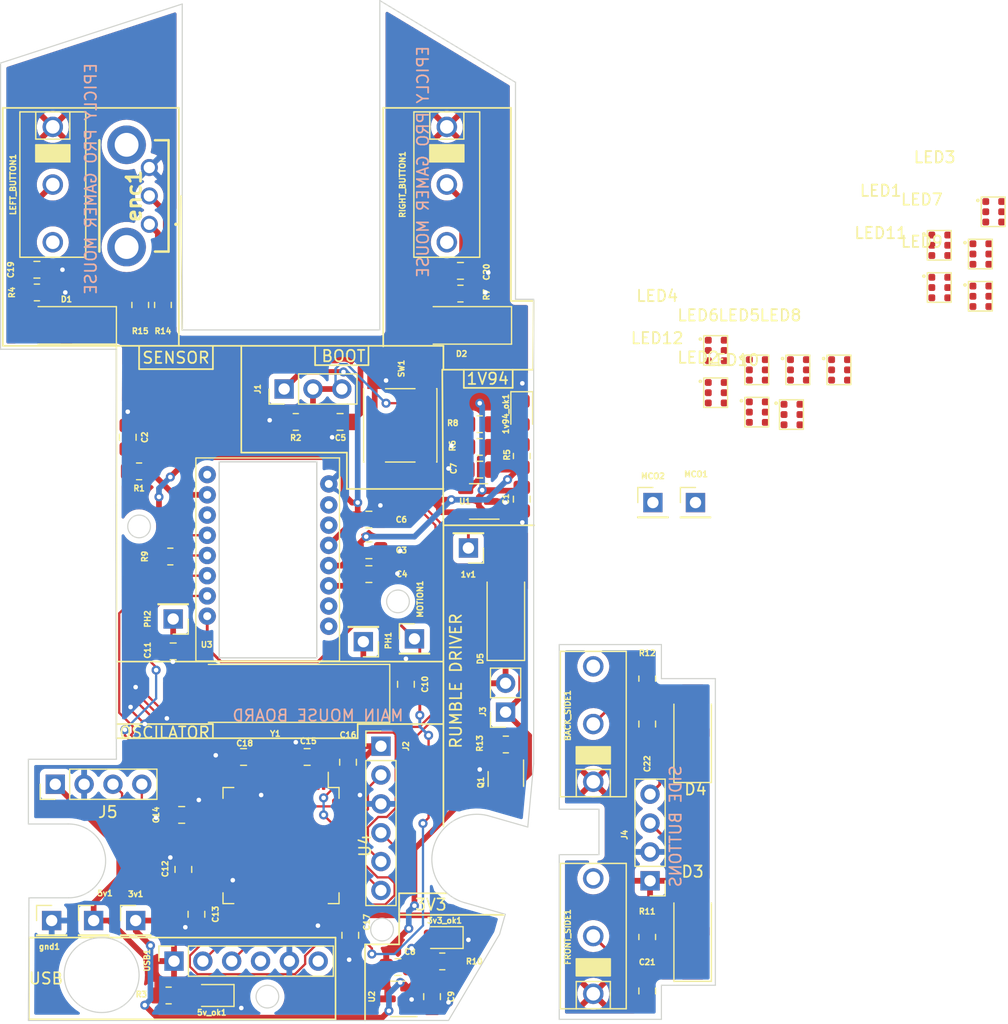
<source format=kicad_pcb>
(kicad_pcb (version 20211014) (generator pcbnew)
  (layers (0 "F.Cu" signal) (31 "B.Cu" signal) (34 "B.Paste" user) (35 "F.Paste" user) (36 "B.SilkS" user "B.Silkscreen") (37 "F.SilkS" user "F.Silkscreen") (38 "B.Mask" user) (39 "F.Mask" user) (44 "Edge.Cuts" user))
  (net 0 "")
  (net 1 "VDD")
  (net 2 "GND")
  (net 3 "Net-(1v94_ok1-Pad2)")
  (net 4 "VDDIO")
  (net 5 "Net-(3v3_ok1-Pad2)")
  (net 6 "+5V")
  (net 7 "Net-(5v_ok1-Pad2)")
  (net 8 "VDDPIX")
  (net 9 "NRST")
  (net 10 "PH0")
  (net 11 "PH1")
  (net 12 "Net-(C12-Pad1)")
  (net 13 "BOOT0")
  (net 14 "SWDCLK")
  (net 15 "SWDIO")
  (net 16 "SWO")
  (net 17 "MCO1")
  (net 18 "MCO2")
  (net 19 "MOTION")
  (net 20 "LEDP")
  (net 21 "Net-(R5-Pad1)")
  (net 22 "SPI2_MISO")
  (net 28 "SPI2_MOSI")
  (net 32 "SPI2_SCK")
  (net 33 "SPI2_NCS")
  (net 41 "D-")
  (net 42 "D+")
  (net 48 "BACK_STATE")
  (net 49 "LEFT_STATE")
  (net 50 "RIGHT_STATE")
  (net 51 "FRONT_STATE")
  (net 52 "Net-(D5-Pad2)")
  (net 55 "Net-(Q1-Pad1)")
  (net 56 "RUMBLE")
  (net 57 "PHASE_A")
  (net 58 "PHASE_B")
  (net 139 "Net-(C18-Pad1)")
  (footprint "Connector_PinHeader_2.54mm:PinHeader_1x01_P2.54mm_Vertical" (layer "F.Cu") (at 24.3 95.3)
    (fp_text reference "gnd1")
    (fp_text value "GND_TEST")
  )
  (footprint "mouse:PMW3389DM-T3QU" (layer "F.Cu") (at 38 68.5 -90)
    (fp_text reference "U3")
    (fp_text value "PWM3389DM-T3QU")
    (fp_rect (start -13.59 -9.65) (end 3.67 -1.05) (layer "Edge.Cuts") (width 0.12) (fill none))
  )
  (footprint "Connector_PinHeader_2.54mm:PinHeader_1x04_P2.54mm_Vertical" (layer "F.Cu") (at 77 91.8 180)
    (fp_text reference "J4")
    (fp_text value "Conn_01x04_Male")
  )
  (footprint "mouse:RND_135-00249" (layer "F.Cu") (at 93.6865 46.8165)
    (fp_text reference "LED8")
    (fp_text value "RND_135-00249")
  )
  (footprint "mouse:EC10E1220505" (layer "F.Cu") (at 32.9 34 90)
    (fp_text reference "enc1")
    (fp_text value "EC10E1220505" hide)
  )
  (footprint "Capacitor_SMD:C_0805_2012Metric_Pad1.18x1.45mm_HandSolder" (layer "F.Cu") (at 76.75 101.5 90)
    (fp_text reference "C21")
    (fp_text value "10u")
  )
  (footprint "mouse:RND_135-00249" (layer "F.Cu") (at 82.8265 45.1065)
    (fp_text reference "LED4")
    (fp_text value "RND_135-00249")
  )
  (footprint "Resistor_SMD:R_0805_2012Metric_Pad1.20x1.40mm_HandSolder" (layer "F.Cu") (at 32 55.75)
    (fp_text reference "R1")
    (fp_text value "13")
  )
  (footprint "Capacitor_SMD:C_0805_2012Metric_Pad1.18x1.45mm_HandSolder" (layer "F.Cu") (at 46.8 80.9 180)
    (fp_text reference "C15")
    (fp_text value "4.7u")
  )
  (footprint "Capacitor_SMD:C_0805_2012Metric_Pad1.18x1.45mm_HandSolder" (layer "F.Cu") (at 50.4 81.3625 90)
    (fp_text reference "C16")
    (fp_text value "4.7u")
  )
  (footprint "Button_Switch_SMD:SW_Push_1P1T_NO_6x6mm_H9.5mm" (layer "F.Cu") (at 55 51.7 -90)
    (fp_text reference "SW1")
    (fp_text value "RND 210-00210")
  )
  (footprint "Capacitor_SMD:C_0805_2012Metric_Pad1.18x1.45mm_HandSolder" (layer "F.Cu") (at 35 71.6)
    (fp_text reference "C11")
    (fp_text value "22p")
  )
  (footprint "Resistor_SMD:R_0805_2012Metric_Pad1.20x1.40mm_HandSolder" (layer "F.Cu") (at 34.1 41.1 -90)
    (fp_text reference "R14")
    (fp_text value "10k")
  )
  (footprint "LED_SMD:LED_0805_2012Metric_Pad1.15x1.40mm_HandSolder" (layer "F.Cu") (at 38.5 101.9 180)
    (fp_text reference "5v_ok1")
    (fp_text value "D597-5111-407F3")
  )
  (footprint "Package_QFP:LQFP-64_10x10mm_P0.5mm" (layer "F.Cu") (at 44.5 88.7 -90)
    (fp_text reference "U4")
    (fp_text value "STM32F401RBTx")
  )
  (footprint "Capacitor_SMD:C_0805_2012Metric_Pad1.18x1.45mm_HandSolder" (layer "F.Cu") (at 41.2 80.9 180)
    (fp_text reference "C18")
    (fp_text value "4.7u")
  )
  (footprint "mouse:D2F-01F" (layer "F.Cu") (at 72 96.67 180)
    (fp_text reference "FRONT_SIDE1")
    (fp_text value "D2F-01F")
  )
  (footprint "Diode_SMD:D_SMA_Handsoldering" (layer "F.Cu") (at 60.4 42.9 180)
    (fp_text reference "D2")
    (fp_text value "1N4001")
  )
  (footprint "Resistor_SMD:R_0805_2012Metric_Pad1.20x1.40mm_HandSolder" (layer "F.Cu") (at 76.75 96.75 -90)
    (fp_text reference "R11")
    (fp_text value "4.7k")
  )
  (footprint "LED_SMD:LED_0805_2012Metric_Pad1.15x1.40mm_HandSolder" (layer "F.Cu") (at 58.675 96.8 180)
    (fp_text reference "3v3_ok1")
    (fp_text value "D597-5111-407F3")
  )
  (footprint "mouse:RND_135-00249" (layer "F.Cu") (at 90.0665 46.8165)
    (fp_text reference "LED5")
    (fp_text value "RND_135-00249")
  )
  (footprint "mouse:RND_135-00249" (layer "F.Cu") (at 102.5165 35.8465)
    (fp_text reference "LED1")
    (fp_text value "RND_135-00249")
  )
  (footprint "Capacitor_SMD:C_0805_2012Metric_Pad1.18x1.45mm_HandSolder" (layer "F.Cu") (at 65.7 58.2 -90)
    (fp_text reference "C1")
    (fp_text value "4u7")
  )
  (footprint "Diode_SMD:D_SMA_Handsoldering" (layer "F.Cu") (at 64.3 68 90)
    (fp_text reference "D5")
    (fp_text value "S1A")
  )
  (footprint "Capacitor_SMD:C_0805_2012Metric_Pad1.18x1.45mm_HandSolder" (layer "F.Cu") (at 52.2375 64.8)
    (fp_text reference "C4")
    (fp_text value "4u")
  )
  (footprint "Connector_PinHeader_2.54mm:PinHeader_1x01_P2.54mm_Vertical" (layer "F.Cu") (at 81 58.5)
    (fp_text reference "MCO1")
    (fp_text value "MCO1_TEST")
  )
  (footprint "mouse:RND_135-00249" (layer "F.Cu") (at 102.5165 39.5665)
    (fp_text reference "LED11")
    (fp_text value "RND_135-00249")
  )
  (footprint "Capacitor_SMD:C_0805_2012Metric_Pad1.18x1.45mm_HandSolder" (layer "F.Cu") (at 60.3 38.1 180)
    (fp_text reference "C20")
    (fp_text value "10u")
  )
  (footprint "Package_TO_SOT_SMD:SOT-23" (layer "F.Cu") (at 54.8 102.2 180)
    (fp_text reference "U2")
    (fp_text value "AP2125N-3.3TRG1")
  )
  (footprint "Diode_SMD:D_SMA_Handsoldering" (layer "F.Cu") (at 25.6 42.9 180)
    (fp_text reference "D1")
    (fp_text value "S1A")
  )
  (footprint "Package_TO_SOT_SMD:SOT-23-5" (layer "F.Cu") (at 61.9 58.4 180)
    (fp_text reference "U1")
    (fp_text value "MIC5235YM5-TR")
  )
  (footprint "Resistor_SMD:R_0805_2012Metric_Pad1.20x1.40mm_HandSolder" (layer "F.Cu") (at 58.7 98.9 180)
    (fp_text reference "R10")
    (fp_text value "1k")
  )
  (footprint "mouse:RND_135-00249" (layer "F.Cu") (at 82.8265 48.8265)
    (fp_text reference "LED12")
    (fp_text value "RND_135-00249")
  )
  (footprint "mouse:D2F-01F" (layer "F.Cu") (at 24.4 30.5)
    (fp_text reference "LEFT_BUTTON1")
    (fp_text value "D2F-01F")
  )
  (footprint "mouse:D2F-01F" (layer "F.Cu") (at 72 78 180)
    (fp_text reference "BACK_SIDE1")
    (fp_text value "D2F-01F")
  )
  (footprint "Capacitor_SMD:C_0805_2012Metric_Pad1.18x1.45mm_HandSolder" (layer "F.Cu") (at 31 52.75 90)
    (fp_text reference "C2")
    (fp_text value "10u")
  )
  (footprint "Capacitor_SMD:C_0805_2012Metric_Pad1.18x1.45mm_HandSolder" (layer "F.Cu") (at 35.75 86 180)
    (fp_text reference "C14")
    (fp_text value "4.7u")
  )
  (footprint "mouse:RND_135-00249" (layer "F.Cu") (at 89.5 50.75)
    (fp_text reference "LED10")
    (fp_text value "RND_135-00249")
  )
  (footprint "Capacitor_SMD:C_0805_2012Metric_Pad1.18x1.45mm_HandSolder" (layer "F.Cu") (at 55.5 74.5 -90)
    (fp_text reference "C10")
    (fp_text value "22p")
  )
  (footprint "Connector_PinHeader_2.54mm:PinHeader_1x01_P2.54mm_Vertical" (layer "F.Cu") (at 31.7 95.3)
    (fp_text reference "3v1")
    (fp_text value "3v3_TEST")
  )
  (footprint "mouse:RND_135-00249" (layer "F.Cu") (at 86.4465 50.5365)
    (fp_text reference "LED2")
    (fp_text value "RND_135-00249")
  )
  (footprint "Crystal:Crystal_SMD_HC49-SD_HandSoldering" (layer "F.Cu") (at 44 75.3 180)
    (fp_text reference "Y1")
    (fp_text value "YLFXTAL029370")
  )
  (footprint "Resistor_SMD:R_0805_2012Metric_Pad1.20x1.40mm_HandSolder" (layer "F.Cu") (at 32.1 41.1 -90)
    (fp_text reference "R15")
    (fp_text value "10k")
  )
  (footprint "Capacitor_SMD:C_0805_2012Metric_Pad1.18x1.45mm_HandSolder" (layer "F.Cu") (at 23 38 180)
    (fp_text reference "C19")
    (fp_text value "10u")
  )
  (footprint "Connector_PinHeader_2.54mm:PinHeader_1x04_P2.54mm_Vertical" (layer "F.Cu") (at 24.62 83.3 90)
    (fp_text reference "J5")
    (fp_text value "Conn_01x04_Male")
  )
  (footprint "Connector_PinHeader_2.54mm:PinHeader_1x01_P2.54mm_Vertical" (layer "F.Cu") (at 61 62.5 180)
    (fp_text reference "1v1")
    (fp_text value "1v94_TEST")
  )
  (footprint "Package_TO_SOT_SMD:SOT-23" (layer "F.Cu") (at 64.3 82.8375 -90)
    (fp_text reference "Q1")
    (fp_text value "PMV213SN")
  )
  (footprint "Connector_PinHeader_2.54mm:PinHeader_1x01_P2.54mm_Vertical" (layer "F.Cu") (at 35 68.75 180)
    (fp_text reference "PH2")
    (fp_text value "PH1_TEST")
  )
  (footprint "Capacitor_SMD:C_0805_2012Metric_Pad1.18x1.45mm_HandSolder" (layer "F.Cu") (at 57.8 102 -90)
    (fp_text reference "C9")
    (fp_text value "4u7")
  )
  (footprint "Diode_SMD:D_SMA_Handsoldering" (layer "F.Cu") (at 80.75 78.75 90)
    (fp_text reference "D4")
    (fp_text value "S1A")
  )
  (footprint "Resistor_SMD:R_0805_2012Metric_Pad1.20x1.40mm_HandSolder" (layer "F.Cu") (at 45.8 51.4 180)
    (fp_text reference "R2")
    (fp_text value "10k")
  )
  (footprint "Connector_PinHeader_2.54mm:PinHeader_1x03_P2.54mm_Vertical" (layer "F.Cu") (at 44.775 48.5 90)
    (fp_text reference "J1")
    (fp_text value "RND 205-00623 ")
  )
  (footprint "mouse:RND_135-00249" (layer "F.Cu") (at 107.2665 32.8965)
    (fp_text reference "LED3")
    (fp_text value "RND_135-00249")
  )
  (footprint "LED_SMD:LED_0805_2012Metric_Pad1.15x1.40mm_HandSolder" (layer "F.Cu") (at 65.7 50.6 -90)
    (fp_text reference "1v94_ok1")
    (fp_text value "D597-5111-407F3")
  )
  (footprint "Resistor_SMD:R_0805_2012Metric_Pad1.20x1.40mm_HandSolder" (layer "F.Cu") (at 76.75 74 -90)
    (fp_text reference "R12")
    (fp_text value "4.7k")
  )
  (footprint "Resistor_SMD:R_0805_2012Metric_Pad1.20x1.40mm_HandSolder" (layer "F.Cu") (at 65.7 54.4 -90)
    (fp_text reference "R5")
    (fp_text value "10k")
  )
  (footprint "Capacitor_SMD:C_0805_2012Metric_Pad1.18x1.45mm_HandSolder" (layer "F.Cu") (at 37.05 94.75 -90)
    (fp_text reference "C13")
    (fp_text value "4.7u")
  )
  (footprint "Resistor_SMD:R_0805_2012Metric_Pad1.20x1.40mm_HandSolder" (layer "F.Cu") (at 34.75 63.25)
    (fp_text reference "R9")
    (fp_text value "10k")
  )
  (footprint "Connector_PinHeader_2.54mm:PinHeader_1x01_P2.54mm_Vertical" (layer "F.Cu") (at 28 95.3)
    (fp_text reference "5v1")
    (fp_text value "5v_TEST")
  )
  (footprint "Capacitor_SMD:C_0805_2012Metric_Pad1.18x1.45mm_HandSolder" (layer "F.Cu") (at 52.2375 62.7)
    (fp_text reference "C3")
    (fp_text value "10u")
  )
  (footprint "Capacitor_SMD:C_0805_2012Metric_Pad1.18x1.45mm_HandSolder" (layer "F.Cu") (at 35.9 90.8 90)
    (fp_text reference "C12")
    (fp_text value "4.7u")
  )
  (footprint "mouse:RND_135-00249" (layer "F.Cu") (at 86.4465 46.8165)
    (fp_text reference "LED6")
    (fp_text value "RND_135-00249")
  )
  (footprint "mouse:D2F-01F" (layer "F.Cu") (at 59.1 30.5)
    (fp_text reference "RIGHT_BUTTON1")
    (fp_text value "D2F-01F")
  )
  (footprint "Connector_PinHeader_2.54mm:PinHeader_1x01_P2.54mm_Vertical" (layer "F.Cu") (at 51.75 70.75 180)
    (fp_text reference "PH1")
    (fp_text value "PH0_TEST")
  )
  (footprint "Resistor_SMD:R_0805_2012Metric_Pad1.20x1.40mm_HandSolder" (layer "F.Cu") (at 34.6 101.9)
    (fp_text reference "R3")
    (fp_text value "1k")
  )
  (footprint "Connector_PinHeader_2.54mm:PinHeader_1x01_P2.54mm_Vertical" (layer "F.Cu") (at 77.25 58.5)
    (fp_text reference "MCO2")
    (fp_text value "MCO2_TEST")
  )
  (footprint "Resistor_SMD:R_0805_2012Metric_Pad1.20x1.40mm_HandSolder" (layer "F.Cu") (at 64.3 79.8 180)
    (fp_text reference "R13")
    (fp_text value "1K")
  )
  (footprint "Capacitor_SMD:C_0805_2012Metric_Pad1.18x1.45mm_HandSolder" (layer "F.Cu") (at 50.6 96.6 -90)
    (fp_text reference "C17")
    (fp_text value "4.7u")
  )
  (footprint "Resistor_SMD:R_0805_2012Metric_Pad1.20x1.40mm_HandSolder" (layer "F.Cu") (at 23 40 180)
    (fp_text reference "R4")
    (fp_text value "4.7k")
  )
  (footprint "mouse:RND_135-00249" (layer "F.Cu") (at 106.1365 36.6165)
    (fp_text reference "LED7")
    (fp_text value "RND_135-00249")
  )
  (footprint "Capacitor_SMD:C_0805_2012Metric_Pad1.18x1.45mm_HandSolder" (layer "F.Cu") (at 62 55.6 180)
    (fp_text reference "C7")
    (fp_text value "4u7")
  )
  (footprint "Capacitor_SMD:C_0805_2012Metric_Pad1.18x1.45mm_HandSolder" (layer "F.Cu") (at 52.2375 60)
    (fp_text reference "C6")
    (fp_text value "10u")
  )
  (footprint "Connector_PinHeader_2.54mm:PinHeader_1x06_P2.54mm_Vertical" (layer "F.Cu") (at 53.3 79.95)
    (fp_text reference "J2")
    (fp_text value "RND 205-00627")
  )
  (footprint "Capacitor_SMD:C_0805_2012Metric_Pad1.18x1.45mm_HandSolder" (layer "F.Cu") (at 76.75 78 90)
    (fp_text reference "C22")
    (fp_text value "10u")
  )
  (footprint "Capacitor_SMD:C_0805_2012Metric_Pad1.18x1.45mm_HandSolder" (layer "F.Cu") (at 49.7 51.4)
    (fp_text reference "C5")
    (fp_text value "100n")
  )
  (footprint "Capacitor_SMD:C_0805_2012Metric_Pad1.18x1.45mm_HandSolder" (layer "F.Cu") (at 54.8 99.4)
    (fp_text reference "C8")
    (fp_text value "4u7")
  )
  (footprint "Resistor_SMD:R_0805_2012Metric_Pad1.20x1.40mm_HandSolder" (layer "F.Cu") (at 62 53.6)
    (fp_text reference "R6")
    (fp_text value "18k")
  )
  (footprint "Diode_SMD:D_SMA_Handsoldering" (layer "F.Cu") (at 80.75 96.25 90)
    (fp_text reference "D3")
    (fp_text value "S1A")
  )
  (footprint "mouse:RND_135-00249" (layer "F.Cu") (at 106.1365 40.3365)
    (fp_text reference "LED9")
    (fp_text value "RND_135-00249")
  )
  (footprint "Resistor_SMD:R_0805_2012Metric_Pad1.20x1.40mm_HandSolder" (layer "F.Cu") (at 62 51.6)
    (fp_text reference "R8")
    (fp_text value "56")
  )
  (footprint "Connector_PinHeader_2.54mm:PinHeader_1x01_P2.54mm_Vertical" (layer "F.Cu") (at 56.25 70.5)
    (fp_text reference "MOTION1")
    (fp_text value "MOTION_TEST")
  )
  (footprint "Resistor_SMD:R_0805_2012Metric_Pad1.20x1.40mm_HandSolder" (layer "F.Cu") (at 60.3 40.1 180)
    (fp_text reference "R7")
    (fp_text value "4.7k")
  )
  (footprint "Connector_PinSocket_2.54mm:PinSocket_1x02_P2.54mm_Vertical" (layer "F.Cu") (at 64.275 76.95 180)
    (fp_text reference "J3")
    (fp_text value "Motor con")
  )
  (footprint "Connector_PinSocket_2.54mm:PinSocket_1x06_P2.54mm_Vertical" (layer "F.Cu") (at 35.075 98.875 90)
    (fp_text reference "USB1")
    (fp_text value "USB_OTG")
  )
  (gr_line (start 58.7 46.8) (end 66.7 46.8) (layer "F.SilkS") (width 0.15))
  (gr_line (start 51.25 78) (end 58.75 78) (layer "F.SilkS") (width 0.15))
  (gr_line (start 41 44.7) (end 30 44.7) (layer "F.SilkS") (width 0.15))
  (gr_line (start 53.5 23.75) (end 53.5 44.75) (layer "F.SilkS") (width 0.15))
  (gr_line (start 49.3 96.8) (end 22.3 96.8) (layer "F.SilkS") (width 0.15))
  (gr_line (start 58.8 60.5) (end 58.7 46.8) (layer "F.SilkS") (width 0.15))
  (gr_line (start 64.75 40.75) (end 66.75 40.75) (layer "F.SilkS") (width 0.15))
  (gr_line (start 58.8 57.3) (end 50.3 57.3) (layer "F.SilkS") (width 0.15))
  (gr_line (start 47.5 46.4) (end 52.2 46.4) (layer "F.SilkS") (width 0.15))
  (gr_line (start 60.6 46.8) (end 60.6 48.4) (layer "F.SilkS") (width 0.15))
  (gr_line (start 66.75 40.75) (end 66.7 46.8) (layer "F.SilkS") (width 0.15))
  (gr_line (start 20 44.7) (end 30 44.7) (layer "F.SilkS") (width 0.15))
  (gr_line (start 38.5 78) (end 30 78) (layer "F.SilkS") (width 0.15))
  (gr_line (start 22.3 104) (end 49.3 104) (layer "F.SilkS") (width 0.15))
  (gr_line (start 58.8 87) (end 58.8 60.5) (layer "F.SilkS") (width 0.15))
  (gr_line (start 41 54.1) (end 41 44.7) (layer "F.SilkS") (width 0.15))
  (gr_line (start 64.2 94.8) (end 54.9 94.8) (layer "F.SilkS") (width 0.15))
  (gr_line (start 41 44.7) (end 58.5 44.7) (layer "F.SilkS") (width 0.15))
  (gr_line (start 64.75 23.75) (end 64.75 40.75) (layer "F.SilkS") (width 0.15))
  (gr_line (start 38.5 46.75) (end 38.5 44.75) (layer "F.SilkS") (width 0.15))
  (gr_line (start 52.2 46.4) (end 52.2 44.7) (layer "F.SilkS") (width 0.15))
  (gr_line (start 60.6 48.4) (end 64.9 48.4) (layer "F.SilkS") (width 0.15))
  (gr_line (start 51.25 79.25) (end 51.25 78.5) (layer "F.SilkS") (width 0.15))
  (gr_line (start 58.8 60.5) (end 66.8 60.5) (layer "F.SilkS") (width 0.15))
  (gr_line (start 22.3 96.8) (end 22.3 104) (layer "F.SilkS") (width 0.15))
  (gr_line (start 53.5 23.75) (end 64.75 23.75) (layer "F.SilkS") (width 0.15))
  (gr_line (start 58.8 44.7) (end 58.8 46.8) (layer "F.SilkS") (width 0.15))
  (gr_line (start 47.5 44.7) (end 47.5 46.4) (layer "F.SilkS") (width 0.15))
  (gr_line (start 50.3 57.3) (end 50.3 54.1) (layer "F.SilkS") (width 0.15))
  (gr_line (start 30 79.25) (end 51.25 79.25) (layer "F.SilkS") (width 0.15))
  (gr_line (start 51.9 97.4) (end 51.9 104.1) (layer "F.SilkS") (width 0.15))
  (gr_line (start 32 46.75) (end 38.5 46.75) (layer "F.SilkS") (width 0.15))
  (gr_line (start 64.9 48.4) (end 64.9 46.8) (layer "F.SilkS") (width 0.15))
  (gr_line (start 38.5 79.25) (end 38.5 78) (layer "F.SilkS") (width 0.15))
  (gr_line (start 51.25 78.5) (end 51.25 78) (layer "F.SilkS") (width 0.15))
  (gr_line (start 35.5 23.75) (end 20 23.75) (layer "F.SilkS") (width 0.15))
  (gr_line (start 58.5 44.7) (end 58.8 44.7) (layer "F.SilkS") (width 0.15))
  (gr_line (start 30 72.5) (end 30 79.25) (layer "F.SilkS") (width 0.15))
  (gr_line (start 35.8 43.3) (end 35.7 31.5) (layer "F.SilkS") (width 0.15))
  (gr_line (start 54.9 94.8) (end 54.9 92.9) (layer "F.SilkS") (width 0.15))
  (gr_line (start 54.9 92.9) (end 59.1 92.9) (layer "F.SilkS") (width 0.15))
  (gr_line (start 30 44.7) (end 30 72.5) (layer "F.SilkS") (width 0.15))
  (gr_line (start 49.3 104) (end 49.3 96.8) (layer "F.SilkS") (width 0.15))
  (gr_line (start 35.5 23.75) (end 35.5 44.7) (layer "F.SilkS") (width 0.15))
  (gr_line (start 32 44.75) (end 32 46.75) (layer "F.SilkS") (width 0.15))
  (gr_line (start 54.9 97.4) (end 51.9 97.4) (layer "F.SilkS") (width 0.15))
  (gr_line (start 30 72.5) (end 58.75 72.5) (layer "F.SilkS") (width 0.15))
  (gr_line (start 50.3 54.1) (end 41 54.1) (layer "F.SilkS") (width 0.15))
  (gr_line (start 20 23.75) (end 20 44.7) (layer "F.SilkS") (width 0.15))
  (gr_line (start 54.9 94.8) (end 54.9 97.4) (layer "F.SilkS") (width 0.15))
  (gr_line (start 22.3 93.3) (end 22.25 104.1) (layer "Edge.Cuts") (width 0.1))
  (gr_line (start 64.25 94.75) (end 60.75 93.75) (layer "Edge.Cuts") (width 0.1))
  (gr_line (start 78 101) (end 78 104) (layer "Edge.Cuts") (width 0.1))
  (gr_line (start 65.15 21.5) (end 65.15 40.6) (layer "Edge.Cuts") (width 0.1))
  (gr_line (start 31.55 104.1) (end 22.25 104.1) (layer "Edge.Cuts") (width 0.1))
  (gr_arc (start 60.75 93.75) (mid 57.90616 88.910535) (end 62.748928 86.072325) (layer "Edge.Cuts") (width 0.1))
  (gr_line (start 72.5 89.5) (end 72.5 85.5) (layer "Edge.Cuts") (width 0.1))
  (gr_line (start 63.75 96.5) (end 64.25 94.75) (layer "Edge.Cuts") (width 0.1))
  (gr_line (start 59.25 104.1) (end 63.75 96.5) (layer "Edge.Cuts") (width 0.1))
  (gr_line (start 35.8 14.6) (end 19.8 19.8) (layer "Edge.Cuts") (width 0.1))
  (gr_line (start 31.55 104.1) (end 59.25 104.1) (layer "Edge.Cuts") (width 0.1))
  (gr_line (start 69 85.5) (end 69 71) (layer "Edge.Cuts") (width 0.1))
  (gr_line (start 22.3 93.3) (end 25.8 93.3) (layer "Edge.Cuts") (width 0.1))
  (gr_line (start 82.75 74) (end 82.75 101) (layer "Edge.Cuts") (width 0.1))
  (gr_line (start 69 104) (end 69 89.5) (layer "Edge.Cuts") (width 0.1))
  (gr_line (start 19.8 45) (end 19.8 19.8) (layer "Edge.Cuts") (width 0.1))
  (gr_line (start 53.2 14.3) (end 65.15 21.5) (layer "Edge.Cuts") (width 0.1))
  (gr_line (start 69 89.5) (end 72.5 89.5) (layer "Edge.Cuts") (width 0.1))
  (gr_line (start 30 81.1) (end 29.95 62.1) (layer "Edge.Cuts") (width 0.1))
  (gr_circle (center 53.397236 96.1) (end 54.397236 96.1) (layer "Edge.Cuts") (width 0.1) (fill none))
  (gr_circle (center 43.3 102) (end 44.3 102) (layer "Edge.Cuts") (width 0.1) (fill none))
  (gr_line (start 22.25 81.1) (end 22.25 86.8) (layer "Edge.Cuts") (width 0.1))
  (gr_line (start 35.8 14.6) (end 35.8 43.3) (layer "Edge.Cuts") (width 0.1))
  (gr_arc (start 25.75 86.8) (mid 29.050095 90.024807) (end 25.8 93.3) (layer "Edge.Cuts") (width 0.1))
  (gr_line (start 29.95 58.7) (end 29.95 62.1) (layer "Edge.Cuts") (width 0.1))
  (gr_line (start 78 101) (end 82.75 101) (layer "Edge.Cuts") (width 0.1))
  (gr_line (start 29.95 58.7) (end 30 45) (layer "Edge.Cuts") (width 0.1))
  (gr_line (start 66.75 40.6) (end 66.75 81.5) (layer "Edge.Cuts") (width 0.1))
  (gr_line (start 78 71) (end 78 74) (layer "Edge.Cuts") (width 0.1))
  (gr_line (start 65.15 40.6) (end 66.75 40.6) (layer "Edge.Cuts") (width 0.1))
  (gr_circle (center 54.8 67.2) (end 55.8 67.2) (layer "Edge.Cuts") (width 0.1) (fill none))
  (gr_line (start 53.2 43.3) (end 53.2 14.3) (layer "Edge.Cuts") (width 0.1))
  (gr_line (start 66.23 87.07) (end 66.75 81.5) (layer "Edge.Cuts") (width 0.1))
  (gr_line (start 69 104) (end 78 104) (layer "Edge.Cuts") (width 0.1))
  (gr_line (start 35.8 43.3) (end 53.2 43.3) (layer "Edge.Cuts") (width 0.1))
  (gr_circle (center 32 60.6) (end 33 60.6) (layer "Edge.Cuts") (width 0.1) (fill none))
  (gr_line (start 78 74) (end 82.75 74) (layer "Edge.Cuts") (width 0.1))
  (gr_line (start 66.23 87.07) (end 62.73 86.07) (layer "Edge.Cuts") (width 0.1))
  (gr_line (start 22.25 86.8) (end 25.75 86.8) (layer "Edge.Cuts") (width 0.1))
  (gr_line (start 19.8 45) (end 30 45) (layer "Edge.Cuts") (width 0.1))
  (gr_line (start 72.5 85.5) (end 69 85.5) (layer "Edge.Cuts") (width 0.1))
  (gr_line (start 69 71) (end 78 71) (layer "Edge.Cuts") (width 0.1))
  (gr_line (start 22.25 81.1) (end 30 81.1) (layer "Edge.Cuts") (width 0.1))
  (gr_circle (center 28.7 100.1) (end 32 100.1) (layer "Edge.Cuts") (width 0.1) (fill none))
  (gr_text "SIDE BUTTONS\n" (at 79.25 87 90) (layer "B.SilkS") (effects (font (size 1 1)) (justify mirror)))
  (gr_text "EPICLY PRO GAMER MOUSE" (at 27.75 30 90) (layer "B.SilkS") (effects (font (size 1 1)) (justify mirror)))
  (gr_text "EPICLY PRO GAMER MOUSE" (at 57 28.5 90) (layer "B.SilkS") (effects (font (size 1 1)) (justify mirror)))
  (gr_text "MAIN MOUSE BOARD" (at 47.75 77.25) (layer "B.SilkS") (effects (font (size 1 1)) (justify mirror)))
  (gr_text "3V3" (at 57.7 93.9) (layer "F.SilkS") (effects (font (size 1 1))))
  (gr_text "USB\n" (at 23.8 100.4) (layer "F.SilkS") (effects (font (size 1 1))))
  (gr_text "OSCILATOR" (at 34.25 78.75) (layer "F.SilkS") (effects (font (size 1 1))))
  (gr_text "SENSOR\n" (at 35.25 45.75) (layer "F.SilkS") (effects (font (size 1 1))))
  (gr_text "1V94\n" (at 62.7 47.6) (layer "F.SilkS") (effects (font (size 1 1))))
  (gr_text "RUMBLE DRIVER\n" (at 59.9 74.2 90) (layer "F.SilkS") (effects (font (size 1 1))))
  (gr_text "BOOT" (at 50 45.6) (layer "F.SilkS") (effects (font (size 1 1))))
  (segment (start 58.65 59.35) (end 60.7625 59.35) (width 0.5) (layer "F.Cu") (net 1))
  (segment (start 58.4 58.35) (end 58.4 59.1) (width 0.5) (layer "F.Cu") (net 1))
  (segment (start 58.4 53.398609) (end 58.4 58.35) (width 0.5) (layer "F.Cu") (net 1))
  (segment (start 48.700006 64.05) (end 49.85 64.05) (width 0.5) (layer "F.Cu") (net 1))
  (segment (start 63.0375 55.6) (end 65.5 55.6) (width 0.5) (layer "F.Cu") (net 1))
  (segment (start 60.198609 51.6) (end 58.4 53.398609) (width 0.5) (layer "F.Cu") (net 1))
  (segment (start 61 59.5875) (end 60.7625 59.35) (width 0.25) (layer "F.Cu") (net 1))
  (segment (start 61 51.6) (end 60.198609 51.6) (width 0.5) (layer "F.Cu") (net 1))
  (segment (start 58.5 58.25) (end 58.4 58.35) (width 0.5) (layer "F.Cu") (net 1))
  (segment (start 65.7 55.4) (end 65.52733 55.4) (width 0.5) (layer "F.Cu") (net 1))
  (segment (start 51.2 62.3) (end 52 61.5) (width 0.5) (layer "F.Cu") (net 1))
  (segment (start 65.5 55.6) (end 65.7 55.4) (width 0.5) (layer "F.Cu") (net 1))
  (segment (start 65.52733 55.4) (end 64.449823 56.477507) (width 0.5) (layer "F.Cu") (net 1))
  (segment (start 59.5 58.25) (end 58.5 58.25) (width 0.5) (layer "F.Cu") (net 1))
  (segment (start 51.2 62.7) (end 51.2 62.3) (width 0.5) (layer "F.Cu") (net 1))
  (segment (start 61 62.5) (end 61 59.5875) (width 0.25) (layer "F.Cu") (net 1))
  (segment (start 49.85 64.05) (end 51.2 62.7) (width 0.5) (layer "F.Cu") (net 1))
  (segment (start 58.4 59.1) (end 58.65 59.35) (width 0.5) (layer "F.Cu") (net 1))
  (via (at 59.5 58.25) (size 0.8) (drill 0.4) (layers "F.Cu" "B.Cu") (net 1))
  (via (at 52 61.5) (size 0.8) (drill 0.4) (layers "F.Cu" "B.Cu") (net 1))
  (via (at 64.449823 56.477507) (size 0.8) (drill 0.4) (layers "F.Cu" "B.Cu") (net 1))
  (segment (start 52 61.5) (end 56.25 61.5) (width 0.5) (layer "B.Cu") (net 1))
  (segment (start 62.67733 58.25) (end 59.5 58.25) (width 0.5) (layer "B.Cu") (net 1))
  (segment (start 64.449823 56.477507) (end 62.67733 58.25) (width 0.5) (layer "B.Cu") (net 1))
  (segment (start 56.25 61.5) (end 59.5 58.25) (width 0.5) (layer "B.Cu") (net 1))
  (segment (start 55.8375 97.9125) (end 56 97.75) (width 0.5) (layer "F.Cu") (net 2))
  (segment (start 57.8 103.0375) (end 58.7125 103.0375) (width 0.5) (layer "F.Cu") (net 2))
  (segment (start 63.35 81.9) (end 62.1 81.9) (width 0.5) (layer "F.Cu") (net 2))
  (segment (start 55.8375 99.4) (end 55.8375 97.9125) (width 0.5) (layer "F.Cu") (net 2))
  (segment (start 34.878372 72.515872) (end 33.9625 71.6) (width 0.5) (layer "F.Cu") (net 2))
  (segment (start 34 77.5) (end 31.695735 75.195735) (width 0.2) (layer "F.Cu") (net 2))
  (segment (start 51.75 84.679651) (end 51.75 84.549011) (width 0.2) (layer "F.Cu") (net 2))
  (segment (start 52.75 47.725) (end 53.725 47.725) (width 0.5) (layer "F.Cu") (net 2))
  (segment (start 50.175 85.45) (end 50.979651 85.45) (width 0.2) (layer "F.Cu") (net 2))
  (segment (start 55.7375 102.5125) (end 56 102.25) (width 0.5) (layer "F.Cu") (net 2))
  (segment (start 50.6 98.65) (end 50.5 98.75) (width 0.5) (layer "F.Cu") (net 2))
  (segment (start 40.1625 80.9) (end 38.9 80.9) (width 0.2) (layer "F.Cu") (net 2))
  (segment (start 65.7 48.05) (end 65.75 48) (width 0.5) (layer "F.Cu") (net 2))
  (segment (start 38.020349 85.45) (end 37.260268 84.689919) (width 0.2) (layer "F.Cu") (net 2))
  (segment (start 45.7625 80.9) (end 45.7625 79.6375) (width 0.2) (layer "F.Cu") (net 2))
  (segment (start 59.6 53.6) (end 59.5 53.5) (width 0.5) (layer "F.Cu") (net 2))
  (segment (start 45.7625 79.6375) (end 45.8 79.6) (width 0.2) (layer "F.Cu") (net 2))
  (segment (start 42.75 83.025) (end 42.75 84.25) (width 0.2) (layer "F.Cu") (net 2))
  (segment (start 47.75 94.375) (end 47.75 95.75) (width 0.2) (layer "F.Cu") (net 2))
  (segment (start 53.725 47.725) (end 53.75 47.75) (width 0.5) (layer "F.Cu") (net 2))
  (segment (start 53.275 62.7) (end 54.95 62.7) (width 0.5) (layer "F.Cu") (net 2))
  (segment (start 39.9 101.9) (end 41 103) (width 0.5) (layer "F.Cu") (net 2))
  (segment (start 63.0375 58.4) (end 64.15 58.4) (width 0.5) (layer "F.Cu") (net 2))
  (segment (start 34.973857 72.515872) (end 34.878372 72.515872) (width 0.5) (layer "F.Cu") (net 2))
  (segment (start 58.7125 103.0375) (end 59.25 102.5) (width 0.5) (layer "F.Cu") (net 2))
  (segment (start 65.7 59.2375) (end 65.7 60.2) (width 0.5) (layer "F.Cu") (net 2))
  (segment (start 52.75 55.675) (end 52.75 47.725) (width 0.5) (layer "F.Cu") (net 2))
  (segment (start 31.25 76.75) (end 32.5 78) (width 0.2) (layer "F.Cu") (net 2))
  (segment (start 65.7 49.575) (end 65.7 48.05) (width 0.5) (layer "F.Cu") (net 2))
  (segment (start 51.75 84.549011) (end 51.450989 84.25) (width 0.2) (layer "F.Cu") (net 2))
  (segment (start 24.0375 38) (end 25.25 38) (width 0.5) (layer "F.Cu") (net 2))
  (segment (start 59.7 96.8) (end 60.8 96.8) (width 0.5) (layer "F.Cu") (net 2))
  (segment (start 38.825 91.95) (end 40.05 91.95) (width 0.2) (layer "F.Cu") (net 2))
  (segment (start 65.7 60.2) (end 65.75 60.25) (width 0.5) (layer "F.Cu") (net 2))
  (segment (start 62.6 38.1) (end 62.75 38.25) (width 0.5) (layer "F.Cu") (net 2))
  (segment (start 31 51.7125) (end 31 50.5) (width 0.5) (layer "F.Cu") (net 2))
  (segment (start 53.275 64.8) (end 54.7 64.8) (width 0.5) (layer "F.Cu") (net 2))
  (segment (start 54.7 64.8) (end 54.75 64.75) (width 0.5) (layer "F.Cu") (net 2))
  (segment (start 62.1 81.9) (end 62 82) (width 0.5) (layer "F.Cu") (net 2))
  (segment (start 37.05 95.7875) (end 36.176376 95.7875) (width 0.5) (layer "F.Cu") (net 2))
  (segment (start 53.275 58.775) (end 53.25 58.75) (width 0.2) (layer "F.Cu") (net 2))
  (segment (start 31.25 76.5) (end 31.25 76.75) (width 0.2) (layer "F.Cu") (net 2))
  (segment (start 48.6625 51.4) (end 48.6625 52.4125) (width 0.5) (layer "F.Cu") (net 2))
  (segment (start 55.7375 103.15) (end 55.7375 102.5125) (width 0.5) (layer "F.Cu") (net 2))
  (segment (start 36.176376 95.7875) (end 36.071852 95.892024) (width 0.5) (layer "F.Cu") (net 2))
  (segment (start 39.525 101.9) (end 39.9 101.9) (width 0.5) (layer "F.Cu") (net 2))
  (segment (start 50.6 97.6375) (end 50.6 98.65) (width 0.5) (layer "F.Cu") (net 2))
  (segment (start 60.8 96.8) (end 61 97) (width 0.5) (layer "F.Cu") (net 2))
  (segment (start 53.275 60) (end 53.275 58.775) (width 0.2) (layer "F.Cu") (net 2))
  (segment (start 38.825 85.45) (end 38.020349 85.45) (width 0.2) (layer "F.Cu") (net 2))
  (segment (start 37.260268 84.689919) (end 37.260268 84.686338) (width 0.2) (layer "F.Cu") (net 2))
  (segment (start 61 53.6) (end 59.6 53.6) (width 0.5) (layer "F.Cu") (net 2))
  (segment (start 61.3 40.1) (end 62.4 40.1) (width 0.5) (layer "F.Cu") (net 2))
  (segment (start 64.15 58.4) (end 64.25 58.5) (width 0.5) (layer "F.Cu") (net 2))
  (segment (start 35.9 89.7625) (end 34.7625 89.7625) (width 0.5) (layer "F.Cu") (net 2))
  (segment (start 34.7125 86) (end 33.75 86) (width 0.5) (layer "F.Cu") (net 2))
  (segment (start 60.9625 55.6) (end 59.35 55.6) (width 0.5) (layer "F.Cu") (net 2))
  (segment (start 59.35 55.6) (end 59.25 55.5) (width 0.5) (layer "F.Cu") (net 2))
  (segment (start 31.695735 75.195735) (end 31.695735 74.75) (width 0.2) (layer "F.Cu") (net 2))
  (segment (start 44.8 51.4) (end 43.65 51.4) (width 0.5) (layer "F.Cu") (net 2))
  (segment (start 38.9 80.9) (end 38.75 80.75) (width 0.2) (layer "F.Cu") (net 2))
  (segment (start 50.979651 85.45) (end 51.75 84.679651) (width 0.2) (layer "F.Cu") (net 2))
  (segment (start 61.3375 38.1) (end 62.6 38.1) (width 0.5) (layer "F.Cu") (net 2))
  (segment (start 24 40) (end 25.5 40) (width 0.5) (layer "F.Cu") (net 2))
  (segment (start 54.95 62.7) (end 55 62.75) (width 0.5) (layer "F.Cu") (net 2))
  (segment (start 34.7625 89.7625) (end 34.75 89.75) (width 0.5) (layer "F.Cu") (net 2))
  (segment (start 62.4 40.1) (end 62.5 40) (width 0.5) (layer "F.Cu") (net 2))
  (segment (start 34.445735 77.5) (end 34 77.5) (width 0.2) (layer "F.Cu") (net 2))
  (segment (start 43.65 51.4) (end 43.5 51.25) (width 0.5) (layer "F.Cu") (net 2))
  (segment (start 40.05 91.95) (end 40.25 91.75) (width 0.2) (layer "F.Cu") (net 2))
  (segment (start 55.5 73.4625) (end 55.5 72.25) (width 0.25) (layer "F.Cu") (net 2))
  (segment (start 48.6625 52.4125) (end 49 52.75) (width 0.5) (layer "F.Cu") (net 2))
  (segment (start 33.75 86) (end 33.5 86.25) (width 0.5) (layer "F.Cu") (net 2))
  (via (at 56 97.75) (size 0.8) (drill 0.4) (layers "F.Cu" "B.Cu") (net 2))
  (via (at 34.75 89.75) (size 0.8) (drill 0.4) (layers "F.Cu" "B.Cu") (net 2))
  (via (at 59.5 53.5) (size 0.8) (drill 0.4) (layers "F.Cu" "B.Cu") (net 2))
  (via (at 45.8 79.6) (size 0.8) (drill 0.4) (layers "F.Cu" "B.Cu") (net 2))
  (via (at 62.75 38.25) (size 0.8) (drill 0.4) (layers "F.Cu" "B.Cu") (net 2))
  (via (at 31.695735 74.75) (size 0.8) (drill 0.4) (layers "F.Cu" "B.Cu") (net 2))
  (via (at 64.25 58.5) (size 0.8) (drill 0.4) (layers "F.Cu" "B.Cu") (net 2))
  (via (at 61 97) (size 0.8) (drill 0.4) (layers "F.Cu" "B.Cu") (net 2))
  (via (at 41 103) (size 0.8) (drill 0.4) (layers "F.Cu" "B.Cu") (net 2))
  (via (at 31 50.5) (size 0.8) (drill 0.4) (layers "F.Cu" "B.Cu") (net 2))
  (via (at 62.5 40) (size 0.8) (drill 0.4) (layers "F.Cu" "B.Cu") (net 2))
  (via (at 62 82) (size 0.8) (drill 0.4) (layers "F.Cu" "B.Cu") (net 2))
  (via (at 42.75 84.25) (size 0.8) (drill 0.4) (layers "F.Cu" "B.Cu") (net 2))
  (via (at 43.5 51.25) (size 0.8) (drill 0.4) (layers "F.Cu" "B.Cu") (net 2))
  (via (at 31.25 76.5) (size 0.8) (drill 0.4) (layers "F.Cu" "B.Cu") (net 2))
  (via (at 49 52.75) (size 0.8) (drill 0.4) (layers "F.Cu" "B.Cu") (net 2))
  (via (at 50.5 98.75) (size 0.8) (drill 0.4) (layers "F.Cu" "B.Cu") (net 2))
  (via (at 32.5 78) (size 0.8) (drill 0.4) (layers "F.Cu" "B.Cu") (net 2))
  (via (at 38.75 80.75) (size 0.8) (drill 0.4) (layers "F.Cu" "B.Cu") (net 2))
  (via (at 34.973857 72.515872) (size 0.8) (drill 0.4) (layers "F.Cu" "B.Cu") (net 2))
  (via (at 34.445735 77.5) (size 0.8) (drill 0.4) (layers "F.Cu" "B.Cu") (net 2))
  (via (at 55 62.75) (size 0.8) (drill 0.4) (layers "F.Cu" "B.Cu") (net 2))
  (via (at 33.5 86.25) (size 0.8) (drill 0.4) (layers "F.Cu" "B.Cu") (net 2))
  (via (at 37.260268 84.686338) (size 0.8) (drill 0.4) (layers "F.Cu" "B.Cu") (net 2))
  (via (at 53.25 58.75) (size 0.8) (drill 0.4) (layers "F.Cu" "B.Cu") (net 2))
  (via (at 65.75 48) (size 0.8) (drill 0.4) (layers "F.Cu" "B.Cu") (net 2))
  (via (at 56 102.25) (size 0.8) (drill 0.4) (layers "F.Cu" "B.Cu") (net 2))
  (via (at 25.25 38) (size 0.8) (drill 0.4) (layers "F.Cu" "B.Cu") (net 2))
  (via (at 54.75 64.75) (size 0.8) (drill 0.4) (layers "F.Cu" "B.Cu") (net 2))
  (via (at 25.5 40) (size 0.8) (drill 0.4) (layers "F.Cu" "B.Cu") (net 2))
  (via (at 59.25 55.5) (size 0.8) (drill 0.4) (layers "F.Cu" "B.Cu") (net 2))
  (via (at 53.75 47.75) (size 0.8) (drill 0.4) (layers "F.Cu" "B.Cu") (net 2))
  (via (at 59.25 102.5) (size 0.8) (drill 0.4) (layers "F.Cu" "B.Cu") (net 2))
  (via (at 65.75 60.25) (size 0.8) (drill 0.4) (layers "F.Cu" "B.Cu") (net 2))
  (via (at 47.75 95.75) (size 0.8) (drill 0.4) (layers "F.Cu" "B.Cu") (net 2))
  (via (at 55.5 72.25) (size 0.8) (drill 0.4) (layers "F.Cu" "B.Cu") (net 2))
  (via (at 40.25 91.75) (size 0.8) (drill 0.4) (layers "F.Cu" "B.Cu") (net 2))
  (via (at 36.071852 95.892024) (size 0.8) (drill 0.4) (layers "F.Cu" "B.Cu") (net 2))
  (via (at 51.450989 84.25) (size 0.8) (drill 0.4) (layers "F.Cu" "B.Cu") (net 2))
  (segment (start 65.675 51.6) (end 65.7 51.625) (width 0.5) (layer "F.Cu") (net 3))
  (segment (start 63 51.6) (end 65.675 51.6) (width 0.5) (layer "F.Cu") (net 3))
  (segment (start 49.4375 95.5625) (end 48.34952 94.47452) (width 0.5) (layer "F.Cu") (net 4))
  (segment (start 53.400489 103.849511) (end 54 103.25) (width 0.5) (layer "F.Cu") (net 4))
  (segment (start 46.275 47) (end 50 47) (width 0.5) (layer "F.Cu") (net 4))
  (segment (start 60.093764 94.843764) (end 51.318736 94.843764) (width 0.5) (layer "F.Cu") (net 4))
  (segment (start 55.2375 100.75) (end 55.7375 101.25) (width 0.5) (layer "F.Cu") (net 4))
  (segment (start 51.318736 94.843764) (end 50.6 95.5625) (width 0.5) (layer "F.Cu") (net 4))
  (segment (start 61.849511 96.599511) (end 60.093764 94.843764) (width 0.5) (layer "F.Cu") (net 4))
  (segment (start 34.75 56.25) (end 36.5 54.5) (width 0.5) (layer "F.Cu") (net 4))
  (segment (start 61.849511 97.35188) (end 61.849511 96.599511) (width 0.5) (layer "F.Cu") (net 4))
  (segment (start 33.75 63.25) (end 33.75 58) (width 0.5) (layer "F.Cu") (net 4))
  (segment (start 57.8 100.8) (end 59.7 98.9) (width 0.5) (layer "F.Cu") (net 4))
  (segment (start 37.5 86) (end 38.775 86) (width 0.2) (layer "F.Cu") (net 4))
  (segment (start 32.5 102.75) (end 33.599511 103.849511) (width 0.5) (layer "F.Cu") (net 4))
  (segment (start 50 55.75) (end 50 57.75) (width 0.5) (layer "F.Cu") (net 4))
  (segment (start 50.970006 60) (end 48.700006 62.27) (width 0.5) (layer "F.Cu") (net 4))
  (segment (start 59.7 98.9) (end 60.301391 98.9) (width 0.5) (layer "F.Cu") (net 4))
  (segment (start 51.25 59.95) (end 51.2 60) (width 0.5) (layer "F.Cu") (net 4))
  (segment (start 44.775 48.5) (end 46.275 47) (width 0.5) (layer "F.Cu") (net 4))
  (segment (start 51.2 60) (end 50.970006 60) (width 0.5) (layer "F.Cu") (net 4))
  (segment (start 50 57.75) (end 50.75 58.5) (width 0.5) (layer "F.Cu") (net 4))
  (segment (start 56.025 100.9625) (end 55.7375 101.25) (width 0.5) (layer "F.Cu") (net 4))
  (segment (start 36.5 54.5) (end 48.75 54.5) (width 0.5) (layer "F.Cu") (net 4))
  (segment (start 33.599511 103.849511) (end 53.400489 103.849511) (width 0.5) (layer "F.Cu") (net 4))
  (segment (start 31.7 96.2) (end 33 97.5) (width 0.5) (layer "F.Cu") (net 4))
  (segment (start 57.8 100.9625) (end 56.025 100.9625) (width 0.5) (layer "F.Cu") (net 4))
  (segment (start 48.34952 94.47452) (end 48.34952 94.375) (width 0.5) (layer "F.Cu") (net 4))
  (segment (start 50.4 84.725) (end 50.27452 84.85048) (width 0.5) (layer "F.Cu") (net 4))
  (segment (start 36.7875 86) (end 37.5 86) (width 0.5) (layer "F.Cu") (net 4))
  (segment (start 38.775 86) (end 38.825 85.95) (width 0.2) (layer "F.Cu") (net 4))
  (segment (start 50.27452 84.85048) (end 50.175 84.85048) (width 0.5) (layer "F.Cu") (net 4))
  (segment (start 60.301391 98.9) (end 61.849511 97.35188) (width 0.5) (layer "F.Cu") (net 4))
  (segment (start 50.75 58.5) (end 51.25 58.5) (width 0.5) (layer "F.Cu") (net 4))
  (segment (start 52.85 79.95) (end 50.4 82.4) (width 0.5) (layer "F.Cu") (net 4))
  (segment (start 35.4625 95.3) (end 37.05 93.7125) (width 0.5) (layer "F.Cu") (net 4))
  (segment (start 48.75 54.5) (end 50 55.75) (width 0.5) (layer "F.Cu") (net 4))
  (segment (start 53.3 79.95) (end 52.85 79.95) (width 0.5) (layer "F.Cu") (net 4))
  (segment (start 51.25 58.5) (end 51.25 59.95) (width 0.5) (layer "F.Cu") (net 4))
  (segment (start 48.34952 81.41202) (end 48.34952 83.025) (width 0.5) (layer "F.Cu") (net 4))
  (segment (start 47.8375 80.9) (end 48.34952 81.41202) (width 0.5) (layer "F.Cu") (net 4))
  (segment (start 38.21298 92.54952) (end 38.825 92.54952) (width 0.5) (layer "F.Cu") (net 4))
  (segment (start 55 100.75) (end 55.2375 100.75) (width 0.5) (layer "F.Cu") (net 4))
  (segment (start 31.7 95.3) (end 35.4625 95.3) (width 0.5) (layer "F.Cu") (net 4))
  (segment (start 31.7 95.3) (end 31.7 96.2) (width 0.5) (layer "F.Cu") (net 4))
  (segment (start 57.8 100.9625) (end 57.8 100.8) (width 0.5) (layer "F.Cu") (net 4))
  (segment (start 50.6 95.5625) (end 49.4375 95.5625) (width 0.5) (layer "F.Cu") (net 4))
  (segment (start 37.05 93.7125) (end 38.21298 92.54952) (width 0.5) (layer "F.Cu") (net 4))
  (segment (start 50.4 82.4) (end 50.4 84.725) (width 0.5) (layer "F.Cu") (net 4))
  (via (at 33.75 58) (size 0.8) (drill 0.4) (layers "F.Cu" "B.Cu") (net 4))
  (via (at 34.75 56.25) (size 0.8) (drill 0.4) (layers "F.Cu" "B.Cu") (net 4))
  (via (at 33 97.5) (size 0.8) (drill 0.4) (layers "F.Cu" "B.Cu") (net 4))
  (via (at 51.25 58.5) (size 0.8) (drill 0.4) (layers "F.Cu" "B.Cu") (net 4))
  (via (at 50 47) (size 0.8) (drill 0.4) (layers "F.Cu" "B.Cu") (net 4))
  (via (at 32.5 102.75) (size 0.8) (drill 0.4) (layers "F.Cu" "B.Cu") (net 4))
  (via (at 54 103.25) (size 0.8) (drill 0.4) (layers "F.Cu" "B.Cu") (net 4))
  (via (at 55 100.75) (size 0.8) (drill 0.4) (layers "F.Cu" "B.Cu") (net 4))
  (segment (start 33 102.25) (end 32.5 102.75) (width 0.5) (layer "B.Cu") (net 4))
  (segment (start 54 101.75) (end 55 100.75) (width 0.5) (layer "B.Cu") (net 4))
  (segment (start 54 103.25) (end 54 101.75) (width 0.5) (layer "B.Cu") (net 4))
  (segment (start 33.75 57.25) (end 34.75 56.25) (width 0.5) (layer "B.Cu") (net 4))
  (segment (start 33.75 58) (end 33.75 57.25) (width 0.5) (layer "B.Cu") (net 4))
  (segment (start 51.25 48.057213) (end 51.25 58.5) (width 0.5) (layer "B.Cu") (net 4))
  (segment (start 33 97.5) (end 33 102.25) (width 0.5) (layer "B.Cu") (net 4))
  (segment (start 50 47) (end 50.192787 47) (width 0.5) (layer "B.Cu") (net 4))
  (segment (start 50.192787 47) (end 51.25 48.057213) (width 0.5) (layer "B.Cu") (net 4))
  (segment (start 57.7 98.9) (end 57.7 96.85) (width 0.5) (layer "F.Cu") (net 5))
  (segment (start 57.7 96.85) (end 57.65 96.8) (width 0.5) (layer "F.Cu") (net 5))
  (segment (start 29.35 95.3) (end 32.925 98.875) (width 0.5) (layer "F.Cu") (net 6))
  (segment (start 53.8625 99.5) (end 53.7625 99.4) (width 0.5) (layer "F.Cu") (net 6))
  (segment (start 65.4125 57.45) (end 65.7 57.1625) (width 0.5) (layer "F.Cu") (net 6))
  (segment (start 56.25 93.994264) (end 56.25 89) (width 0.5) (layer "F.Cu") (net 6))
  (segment (start 62.9 42.9) (end 62.9 48.85) (width 0.5) (layer "F.Cu") (net 6))
  (segment (start 30.25 88.93) (end 30.25 91.5) (width 0.5) (layer "F.Cu") (net 6))
  (segment (start 63.0375 57.45) (end 65.4125 57.45) (width 0.5) (layer "F.Cu") (net 6))
  (segment (start 56.25 89) (end 60.75 84.5) (width 0.5) (layer "F.Cu") (net 6))
  (segment (start 60.75 75.75) (end 62.09 74.41) (width 0.5) (layer "F.Cu") (net 6))
  (segment (start 53.8625 102.2) (end 53.8625 99.5) (width 0.5) (layer "F.Cu") (net 6))
  (segment (start 53.7625 97.9875) (end 55.75 96) (width 0.5) (layer "F.Cu") (net 6))
  (segment (start 60.75 84.5) (end 60.75 75.75) (width 0.5) (layer "F.Cu") (net 6))
  (segment (start 62.09 74.41) (end 64.275 74.41) (width 0.5) (layer "F.Cu") (net 6))
  (segment (start 61.92548 58.001671) (end 62.477151 57.45) (width 0.5) (layer "F.Cu") (net 6))
  (segment (start 28 95.3) (end 29.35 95.3) (width 0.5) (layer "F.Cu") (net 6))
  (segment (start 62.477151 59.35) (end 61.92548 58.798329) (width 0.5) (layer "F.Cu") (net 6))
  (segment (start 63.0375 59.35) (end 62.477151 59.35) (width 0.5) (layer "F.Cu") (net 6))
  (segment (start 24.62 83.3) (end 30.25 88.93) (width 0.5) (layer "F.Cu") (net 6))
  (segment (start 32.925 98.875) (end 35.075 98.875) (width 0.5) (layer "F.Cu") (net 6))
  (segment (start 30.25 91.5) (end 28 93.75) (width 0.5) (layer "F.Cu") (net 6))
  (segment (start 62.477151 57.45) (end 63.0375 57.45) (width 0.5) (layer "F.Cu") (net 6))
  (segment (start 53.7625 99.4) (end 53.7625 97.9875) (width 0.5) (layer "F.Cu") (net 6))
  (segment (start 61.92548 58.798329) (end 61.92548 58.001671) (width 0.5) (layer "F.Cu") (net 6))
  (segment (start 62.9 48.85) (end 62 49.75) (width 0.5) (layer "F.Cu") (net 6))
  (segment (start 28 93.75) (end 28 95.3) (width 0.5) (layer "F.Cu") (net 6))
  (via (at 55.75 96) (size 0.8) (drill 0.4) (layers "F.Cu" "B.Cu") (net 6))
  (via (at 62.213575 57.4005) (size 0.8) (drill 0.4) (layers "F.Cu" "B.Cu") (net 6))
  (via (at 56.25 93.994264) (size 0.8) (drill 0.4) (layers "F.Cu" "B.Cu") (net 6))
  (via (at 62 49.75) (size 0.8) (drill 0.4) (layers "F.Cu" "B.Cu") (net 6))
  (segment (start 55.75 96) (end 55.75 94.494264) (width 0.5) (layer "B.Cu") (net 6))
  (segment (start 55.75 94.494264) (end 56.25 93.994264) (width 0.5) (layer "B.Cu") (net 6))
  (segment (start 62 49.75) (end 62.213575 49.963575) (width 0.5) (layer "B.Cu") (net 6))
  (segment (start 62.213575 49.963575) (end 62.213575 57.4005) (width 0.5) (layer "B.Cu") (net 6))
  (segment (start 37.475 101.9) (end 35.6 101.9) (width 0.5) (layer "F.Cu") (net 7))
  (segment (start 48.700006 65.83) (end 50.17 65.83) (width 0.5) (layer "F.Cu") (net 8))
  (segment (start 50.17 65.83) (end 51.2 64.8) (width 0.5) (layer "F.Cu") (net 8))
  (segment (start 56.400489 79.099511) (end 58.5 77) (width 0.2) (layer "F.Cu") (net 9))
  (segment (start 50.25 78.75) (end 49.299519 79.700481) (width 0.2) (layer "F.Cu") (net 9))
  (segment (start 54.599511 85.400489) (end 54.599511 79.099511) (width 0.2) (layer "F.Cu") (net 9))
  (segment (start 58.5 60.25) (end 57.25 59) (width 0.2) (layer "F.Cu") (net 9))
  (segment (start 51.700978 46.45) (end 51.5 46.650978) (width 0.5) (layer "F.Cu") (net 9))
  (segment (start 49.299519 79.700481) (end 49.299519 84.52083) (width 0.2) (layer "F.Cu") (net 9))
  (segment (start 51.5 46.650978) (end 51.5 50.6375) (width 0.5) (layer "F.Cu") (net 9))
  (segment (start 53.3 90.11) (end 52.150489 88.960489) (width 0.2) (layer "F.Cu") (net 9))
  (segment (start 55.975 46.45) (end 51.700978 46.45) (width 0.5) (layer "F.Cu") (net 9))
  (segment (start 54.599511 79.099511) (end 56.400489 79.099511) (width 0.2) (layer "F.Cu") (net 9))
  (segment (start 54.599511 78.950489) (end 54.399022 78.75) (width 0.2) (layer "F.Cu") (net 9))
  (segment (start 58.5 77) (end 58.5 60.25) (width 0.2) (layer "F.Cu") (net 9))
  (segment (start 57.25 59) (end 57.25 55.675) (width 0.2) (layer "F.Cu") (net 9))
  (segment (start 54.399022 78.75) (end 50.25 78.75) (width 0.2) (layer "F.Cu") (net 9))
  (segment (start 51.5 50.6375) (end 50.7375 51.4) (width 0.5) (layer "F.Cu") (net 9))
  (segment (start 49.10048 85.25) (end 46.600978 85.25) (width 0.2) (layer "F.Cu") (net 9))
  (segment (start 53.820489 86.179511) (end 54.599511 85.400489) (width 0.2) (layer "F.Cu") (net 9))
  (segment (start 52.150489 88.960489) (end 52.150489 87.093856) (width 0.2) (layer "F.Cu") (net 9))
  (segment (start 54.599511 79.099511) (end 54.599511 78.950489) (width 0.2) (layer "F.Cu") (net 9))
  (segment (start 52.150489 87.093856) (end 53.064834 86.179511) (width 0.2) (layer "F.Cu") (net 9))
  (segment (start 57.25 47.725) (end 57.25 55.675) (width 0.5) (layer "F.Cu") (net 9))
  (segment (start 53.064834 86.179511) (end 53.820489 86.179511) (width 0.2) (layer "F.Cu") (net 9))
  (segment (start 46.600978 85.25) (end 45.25 83.899022) (width 0.2) (layer "F.Cu") (net 9))
  (segment (start 57.25 47.725) (end 55.975 46.45) (width 0.5) (layer "F.Cu") (net 9))
  (segment (start 49.10048 84.719869) (end 49.10048 85.25) (width 0.2) (layer "F.Cu") (net 9))
  (segment (start 45.25 83.899022) (end 45.25 83.025) (width 0.2) (layer "F.Cu") (net 9))
  (segment (start 49.299519 84.52083) (end 49.10048 84.719869) (width 0.2) (layer "F.Cu") (net 9))
  (segment (start 55.2625 75.3) (end 55.5 75.5375) (width 0.2) (layer "F.Cu") (net 10))
  (segment (start 46.64952 81.75048) (end 46.25 82.15) (width 0.2) (layer "F.Cu") (net 10))
  (segment (start 49.9375 75.3) (end 55.2625 75.3) (width 0.2) (layer "F.Cu") (net 10))
  (segment (start 51.75 73.4875) (end 49.9375 75.3) (width 0.5) (layer "F.Cu") (net 10))
  (segment (start 46.64952 78.58798) (end 46.64952 81.75048) (width 0.2) (layer "F.Cu") (net 10))
  (segment (start 49.9375 75.3) (end 46.64952 78.58798) (width 0.2) (layer "F.Cu") (net 10))
  (segment (start 46.25 82.15) (end 46.25 83.025) (width 0.2) (layer "F.Cu") (net 10))
  (segment (start 51.75 70.75) (end 51.75 73.4875) (width 0.5) (layer "F.Cu") (net 10))
  (segment (start 45.480131 81.95048) (end 45.80048 82.270829) (width 0.2) (layer "F.Cu") (net 11))
  (segment (start 44.87548 79.17548) (end 44.87548 81.95048) (width 0.2) (layer "F.Cu") (net 11))
  (segment (start 35 70.5625) (end 36.0375 71.6) (width 0.5) (layer "F.Cu") (net 11))
  (segment (start 36.0375 71.6) (end 36.0375 73.275) (width 0.5) (layer "F.Cu") (net 11))
  (segment (start 45.80048 82.270829) (end 45.80048 82.97452) (width 0.2) (layer "F.Cu") (net 11))
  (segment (start 45.80048 82.97452) (end 45.75 83.025) (width 0.2) (layer "F.Cu") (net 11))
  (segment (start 36.0375 73.275) (end 38.0625 75.3) (width 0.5) (layer "F.Cu") (net 11))
  (segment (start 38.0625 75.3) (end 41 75.3) (width 0.2) (layer "F.Cu") (net 11))
  (segment (start 35 68.75) (end 35 70.5625) (width 0.5) (layer "F.Cu") (net 11))
  (segment (start 41 75.3) (end 44.87548 79.17548) (width 0.2) (layer "F.Cu") (net 11))
  (segment (start 44.87548 81.95048) (end 45.480131 81.95048) (width 0.2) (layer "F.Cu") (net 11))
  (segment (start 37.1625 91.8375) (end 37.5 91.5) (width 0.5) (layer "F.Cu") (net 12))
  (segment (start 37.5 91.5) (end 37.55 91.45) (width 0.2) (layer "F.Cu") (net 12))
  (segment (start 35.9 91.8375) (end 37.1625 91.8375) (width 0.5) (layer "F.Cu") (net 12))
  (segment (start 37.55 91.45) (end 38.825 91.45) (width 0.2) (layer "F.Cu") (net 12))
  (segment (start 50.175 86.95) (end 49.2 86.95) (width 0.2) (layer "F.Cu") (net 13))
  (segment (start 56.684994 78.25) (end 58.092497 76.842497) (width 0.2) (layer "F.Cu") (net 13))
  (segment (start 56.800978 57.25) (end 56.25 56.699022) (width 0.2) (layer "F.Cu") (net 13))
  (segment (start 49.2 86.95) (end 48.25 86) (width 0.2) (layer "F.Cu") (net 13))
  (segment (start 49.855 48.5) (end 47.315 48.5) (width 0.5) (layer "F.Cu") (net 13))
  (segment (start 48.899999 83.850001) (end 48.899999 79.534995) (width 0.2) (layer "F.Cu") (net 13))
  (segment (start 48.899999 79.534995) (end 50.184994 78.25) (width 0.2) (layer "F.Cu") (net 13))
  (segment (start 54.25 78.25) (end 56.684994 78.25) (width 0.2) (layer "F.Cu") (net 13))
  (segment (start 56.25 50) (end 56 49.75) (width 0.2) (layer "F.Cu") (net 13))
  (segment (start 56.25 56.699022) (end 56.25 50) (width 0.2) (layer "F.Cu") (net 13))
  (segment (start 48.25 84.5) (end 48.899999 83.850001) (width 0.2) (layer "F.Cu") (net 13))
  (segment (start 47.315 50.885) (end 46.8 51.4) (width 0.5) (layer "F.Cu") (net 13))
  (segment (start 47.315 48.5) (end 47.315 50.885) (width 0.5) (layer "F.Cu") (net 13))
  (segment (start 50.184994 78.25) (end 54.25 78.25) (width 0.2) (layer "F.Cu") (net 13))
  (segment (start 58.10048 76.834514) (end 58.10048 60.5) (width 0.2) (layer "F.Cu") (net 13))
  (segment (start 58.10048 60.5) (end 56.850481 59.250001) (width 0.2) (layer "F.Cu") (net 13))
  (segment (start 56.850481 59.250001) (end 56.850481 57.25) (width 0.2) (layer "F.Cu") (net 13))
  (segment (start 56.850481 57.25) (end 56.800978 57.25) (width 0.2) (layer "F.Cu") (net 13))
  (segment (start 58.092497 76.842497) (end 58.10048 76.834514) (width 0.2) (layer "F.Cu") (net 13))
  (segment (start 56 49.75) (end 53.75 49.75) (width 0.2) (layer "F.Cu") (net 13))
  (via (at 48.25 86) (size 0.8) (drill 0.4) (layers "F.Cu" "B.Cu") (net 13))
  (via (at 48.25 84.5) (size 0.8) (drill 0.4) (layers "F.Cu" "B.Cu") (net 13))
  (via (at 53.75 49.75) (size 0.8) (drill 0.4) (layers "F.Cu" "B.Cu") (net 13))
  (segment (start 48.25 86) (end 48.25 84.5) (width 0.2) (layer "B.Cu") (net 13))
  (segment (start 49.300489 46.710252) (end 49.300489 47.945489) (width 0.2) (layer "B.Cu") (net 13))
  (segment (start 53.75 49.75) (end 53.719925 49.75) (width 0.2) (layer "B.Cu") (net 13))
  (segment (start 50.289748 46.300489) (end 49.710252 46.300489) (width 0.2) (layer "B.Cu") (net 13))
  (segment (start 51.162462 47.192537) (end 51.162462 47.173203) (width 0.2) (layer "B.Cu") (net 13))
  (segment (start 49.710252 46.300489) (end 49.300489 46.710252) (width 0.2) (layer "B.Cu") (net 13))
  (segment (start 51.162462 47.173203) (end 50.289748 46.300489) (width 0.2) (layer "B.Cu") (net 13))
  (segment (start 53.719925 49.75) (end 51.162462 47.192537) (width 0.2) (layer "B.Cu") (net 13))
  (segment (start 49.300489 47.945489) (end 49.855 48.5) (width 0.2) (layer "B.Cu") (net 13))
  (segment (start 51.64904 86.007593) (end 51.64904 90.149529) (width 0.2) (layer "F.Cu") (net 14))
  (segment (start 53 91.500489) (end 54.000489 91.500489) (width 0.2) (layer "F.Cu") (net 14))
  (segment (start 52.150489 85.506144) (end 51.64904 86.007593) (width 0.2) (layer "F.Cu") (net 14))
  (segment (start 52.150489 83.639511) (end 52.150489 85.506144) (width 0.2) (layer "F.Cu") (net 14))
  (segment (start 53.680931 93.894724) (end 51.619724 93.894724) (width 0.2) (layer "F.Cu") (net 14))
  (segment (start 54.000489 91.500489) (end 54.5 92) (width 0.2) (layer "F.Cu") (net 14))
  (segment (start 51.619724 93.894724) (end 50.175 92.45) (width 0.2) (layer "F.Cu") (net 14))
  (segment (start 54.5 93.075655) (end 53.680931 93.894724) (width 0.2) (layer "F.Cu") (net 14))
  (segment (start 51.64904 90.149529) (end 53 91.500489) (width 0.2) (layer "F.Cu") (net 14))
  (segment (start 53.3 82.49) (end 52.150489 83.639511) (width 0.2) (layer "F.Cu") (net 14))
  (segment (start 54.5 92) (end 54.5 93.075655) (width 0.2) (layer "F.Cu") (net 14))
  (segment (start 50.885362 94.5) (end 49.679651 94.5) (width 0.2) (layer "F.Cu") (net 15))
  (segment (start 47.25 93.500978) (end 47.25 94.375) (width 0.2) (layer "F.Cu") (net 15))
  (segment (start 49.679651 94.5) (end 48.480131 93.30048) (width 0.2) (layer "F.Cu") (net 15))
  (segment (start 54.205756 94.294244) (end 51.091118 94.294244) (width 0.2) (layer "F.Cu") (net 15))
  (segment (start 51.091118 94.294244) (end 50.885362 94.5) (width 0.2) (layer "F.Cu") (net 15))
  (segment (start 48.480131 93.30048) (end 47.450498 93.30048) (width 0.2) (layer "F.Cu") (net 15))
  (segment (start 55 93.5) (end 54.205756 94.294244) (width 0.2) (layer "F.Cu") (net 15))
  (segment (start 47.450498 93.30048) (end 47.25 93.500978) (width 0.2) (layer "F.Cu") (net 15))
  (segment (start 55 89.27) (end 55 93.5) (width 0.2) (layer "F.Cu") (net 15))
  (segment (start 53.3 87.57) (end 55 89.27) (width 0.2) (layer "F.Cu") (net 15))
  (segment (start 51.24952 90.59952) (end 51.24952 89.499519) (width 0.2) (layer "F.Cu") (net 16))
  (segment (start 51.24952 89.499519) (end 51.200001 89.45) (width 0.2) (layer "F.Cu") (net 16))
  (segment (start 51.200001 89.45) (end 50.175 89.45) (width 0.2) (layer "F.Cu") (net 16))
  (segment (start 53.3 92.65) (end 51.24952 90.59952) (width 0.2) (layer "F.Cu") (net 16))
  (segment (start 38 68.5) (end 38 71.296804) (width 0.25) (layer "F.Cu") (net 19))
  (segment (start 38.488865 96.37548) (end 36.465489 98.398856) (width 0.2) (layer "F.Cu") (net 19))
  (segment (start 41.25 95.179651) (end 40.054171 96.37548) (width 0.2) (layer "F.Cu") (net 19))
  (segment (start 39.203196 72.5) (end 47.75 72.5) (width 0.25) (layer "F.Cu") (net 19))
  (segment (start 46.625489 98.5) (end 46.625489 98.398856) (width 0.2) (layer "F.Cu") (net 19))
  (segment (start 52.5 98) (end 52.5 98.25) (width 0.2) (layer "F.Cu") (net 19))
  (segment (start 38 71.296804) (end 39.203196 72.5) (width 0.25) (layer "F.Cu") (net 19))
  (segment (start 47.75 72.5) (end 51 69.25) (width 0.25) (layer "F.Cu") (net 19))
  (segment (start 57.494622 86.255378) (end 57.494622 78.994622) (width 0.2) (layer "F.Cu") (net 19))
  (segment (start 41.25 94.375) (end 41.25 95.179651) (width 0.2) (layer "F.Cu") (net 19))
  (segment (start 46.625489 99.124511) (end 46.625489 98.5) (width 0.2) (layer "F.Cu") (net 19))
  (segment (start 36.465489 99.351144) (end 37.138856 100.024511) (width 0.2) (layer "F.Cu") (net 19))
  (segment (start 48.273865 96.75048) (end 51.50048 96.75048) (width 0.2) (layer "F.Cu") (net 19))
  (segment (start 46.625489 98.398856) (end 48.273865 96.75048) (width 0.2) (layer "F.Cu") (net 19))
  (segment (start 57 86.75) (end 57.494622 86.255378) (width 0.2) (layer "F.Cu") (net 19))
  (segment (start 55 69.25) (end 56.25 70.5) (width 0.25) (layer "F.Cu") (net 19))
  (segment (start 37.138856 100.024511) (end 45.725489 100.024511) (width 0.2) (layer "F.Cu") (net 19))
  (segment (start 52.5 97.75) (end 52.5 98) (width 0.2) (layer "F.Cu") (net 19))
  (segment (start 56.722875 70.972875) (end 56.722875 77.222875) (width 0.25) (layer "F.Cu") (net 19))
  (segment (start 40.054171 96.37548) (end 38.488865 96.37548) (width 0.2) (layer "F.Cu") (net 19))
  (segment (start 56.25 70.5) (end 56.722875 70.972875) (width 0.25) (layer "F.Cu") (net 19))
  (segment (start 45.725489 100.024511) (end 46.625489 99.124511) (width 0.2) (layer "F.Cu") (net 19))
  (segment (start 36.465489 98.398856) (end 36.465489 99.351144) (width 0.2) (layer "F.Cu") (net 19))
  (segment (start 51 69.25) (end 55 69.25) (width 0.25) (layer "F.Cu") (net 19))
  (segment (start 51.50048 96.75048) (end 52.5 97.75) (width 0.2) (layer "F.Cu") (net 19))
  (via (at 56.722875 77.222875) (size 0.8) (drill 0.4) (layers "F.Cu" "B.Cu") (net 19))
  (via (at 57.494622 78.994622) (size 0.8) (drill 0.4) (layers "F.Cu" "B.Cu") (net 19))
  (via (at 57 86.75) (size 0.8) (drill 0.4) (layers "F.Cu" "B.Cu") (net 19))
  (via (at 52.5 98.25) (size 0.8) (drill 0.4) (layers "F.Cu" "B.Cu") (net 19))
  (segment (start 54.489259 98.25) (end 57 95.739259) (width 0.2) (layer "B.Cu") (net 19))
  (segment (start 56.722875 77.222875) (end 56.722875 78.222875) (width 0.25) (layer "B.Cu") (net 19))
  (segment (start 52.5 98.25) (end 54.489259 98.25) (width 0.2) (layer "B.Cu") (net 19))
  (segment (start 56.722875 78.222875) (end 57.494622 78.994622) (width 0.25) (layer "B.Cu") (net 19))
  (segment (start 57 95.739259) (end 57 86.75) (width 0.2) (layer "B.Cu") (net 19))
  (segment (start 35.07 57.82) (end 33 55.75) (width 0.5) (layer "F.Cu") (net 20))
  (segment (start 38 57.82) (end 35.07 57.82) (width 0.5) (layer "F.Cu") (net 20))
  (segment (start 65.5 53.6) (end 65.7 53.4) (width 0.5) (layer "F.Cu") (net 21))
  (segment (start 63 53.6) (end 65.5 53.6) (width 0.5) (layer "F.Cu") (net 21))
  (segment (start 60.91523 57.45) (end 62.00048 56.36475) (width 0.5) (layer "F.Cu") (net 21))
  (segment (start 62.00048 56.36475) (end 62.00048 54.59952) (width 0.5) (layer "F.Cu") (net 21))
  (segment (start 62.00048 54.59952) (end 63 53.6) (width 0.5) (layer "F.Cu") (net 21))
  (segment (start 60.7625 57.45) (end 60.91523 57.45) (width 0.5) (layer "F.Cu") (net 21))
  (segment (start 35.75 63.25) (end 35.75 63.392144) (width 0.2) (layer "F.Cu") (net 22))
  (segment (start 40.29904 86.780611) (end 39.579171 87.50048) (width 0.2) (layer "F.Cu") (net 22))
  (segment (start 38.87548 87.50048) (end 38.825 87.45) (width 0.2) (layer "F.Cu") (net 22))
  (segment (start 35.75 63.392144) (end 31.5 67.642144) (width 0.2) (layer "F.Cu") (net 22))
  (segment (start 30.75 75) (end 40.29904 84.54904) (width 0.2) (layer "F.Cu") (net 22))
  (segment (start 31.5 67.642144) (end 31.5 67.75) (width 0.2) (layer "F.Cu") (net 22))
  (segment (start 30.75 68.5) (end 30.75 75) (width 0.2) (layer "F.Cu") (net 22))
  (segment (start 35.84 63.16) (end 38 63.16) (width 0.2) (layer "F.Cu") (net 22))
  (segment (start 35.75 63.25) (end 35.84 63.16) (width 0.2) (layer "F.Cu") (net 22))
  (segment (start 31.5 67.75) (end 30.75 68.5) (width 0.2) (layer "F.Cu") (net 22))
  (segment (start 40.29904 84.54904) (end 40.29904 86.780611) (width 0.2) (layer "F.Cu") (net 22))
  (segment (start 39.579171 87.50048) (end 38.87548 87.50048) (width 0.2) (layer "F.Cu") (net 22))
  (segment (start 34.534505 76.599511) (end 35.145246 77.210252) (width 0.2) (layer "F.Cu") (net 28))
  (segment (start 39.27548 82.895468) (end 40.75 84.369988) (width 0.2) (layer "F.Cu") (net 28))
  (segment (start 35.145246 78.395246) (end 39.27548 82.52548) (width 0.2) (layer "F.Cu") (net 28))
  (segment (start 34.356965 76.599511) (end 34.534505 76.599511) (width 0.2) (layer "F.Cu") (net 28))
  (segment (start 39.694657 87.95) (end 38.825 87.95) (width 0.2) (layer "F.Cu") (net 28))
  (segment (start 31.54904 72.79904) (end 32.395246 73.645246) (width 0.2) (layer "F.Cu") (net 28))
  (segment (start 32.103575 67.603575) (end 32.103575 68.195465) (width 0.2) (layer "F.Cu") (net 28))
  (segment (start 34.76715 64.94) (end 32.103575 67.603575) (width 0.2) (layer "F.Cu") (net 28))
  (segment (start 31.54904 68.75) (end 31.54904 72.79904) (width 0.2) (layer "F.Cu") (net 28))
  (segment (start 35.145246 77.210252) (end 35.145246 78.395246) (width 0.2) (layer "F.Cu") (net 28))
  (segment (start 40.75 86.894657) (end 39.694657 87.95) (width 0.2) (layer "F.Cu") (net 28))
  (segment (start 40.75 84.369988) (end 40.75 86.894657) (width 0.2) (layer "F.Cu") (net 28))
  (segment (start 32.395246 73.645246) (end 32.395246 75.145246) (width 0.2) (layer "F.Cu") (net 28))
  (segment (start 34.103238 76.853238) (end 34.356965 76.599511) (width 0.2) (layer "F.Cu") (net 28))
  (segment (start 32.395246 75.145246) (end 34.103238 76.853238) (width 0.2) (layer "F.Cu") (net 28))
  (segment (start 39.27548 82.52548) (end 39.27548 82.895468) (width 0.2) (layer "F.Cu") (net 28))
  (segment (start 38 64.94) (end 34.76715 64.94) (width 0.2) (layer "F.Cu") (net 28))
  (segment (start 32.103575 68.195465) (end 31.54904 68.75) (width 0.2) (layer "F.Cu") (net 28))
  (segment (start 32.550489 68.699511) (end 34.53 66.72) (width 0.2) (layer "F.Cu") (net 32))
  (segment (start 34.53 66.72) (end 38 66.72) (width 0.2) (layer "F.Cu") (net 32))
  (segment (start 35.90048 86.702618) (end 36.273351 87.075489) (width 0.2) (layer "F.Cu") (net 32))
  (segment (start 33.5 73.25) (end 33.5 73) (width 0.2) (layer "F.Cu") (net 32))
  (segment (start 38.5 87) (end 37.970349 87) (width 0.2) (layer "F.Cu") (net 32))
  (segment (start 38.55 86.95) (end 38.5 87) (width 0.2) (layer "F.Cu") (net 32))
  (segment (start 38.825 86.95) (end 38.55 86.95) (width 0.2) (layer "F.Cu") (net 32))
  (segment (start 32.550489 72.050489) (end 32.550489 68.699511) (width 0.2) (layer "F.Cu") (net 32))
  (segment (start 30.75 78.5) (end 30.75 79) (width 0.2) (layer "F.Cu") (net 32))
  (segment (start 30.75 79) (end 35.90048 84.15048) (width 0.2) (layer "F.Cu") (net 32))
  (segment (start 33.5 73) (end 32.550489 72.050489) (width 0.2) (layer "F.Cu") (net 32))
  (segment (start 35.90048 84.15048) (end 35.90048 86.702618) (width 0.2) (layer "F.Cu") (net 32))
  (segment (start 37.970349 87) (end 37.89486 87.075489) (width 0.2) (layer "F.Cu") (net 32))
  (segment (start 36.273351 87.075489) (end 37.89486 87.075489) (width 0.2) (layer "F.Cu") (net 32))
  (via (at 30.75 78.5) (size 0.8) (drill 0.4) (layers "F.Cu" "B.Cu") (net 32))
  (via (at 33.5 73.25) (size 0.8) (drill 0.4) (layers "F.Cu" "B.Cu") (net 32))
  (segment (start 33.5 73.25) (end 33.5 75.75) (width 0.2) (layer "B.Cu") (net 32))
  (segment (start 33.5 75.75) (end 30.75 78.5) (width 0.2) (layer "B.Cu") (net 32))
  (segment (start 31.449511 78.789748) (end 31.277132 78.962127) (width 0.2) (layer "F.Cu") (net 33))
  (segment (start 34.64952 63.927618) (end 34.327618 64.24952) (width 0.2) (layer "F.Cu") (net 33))
  (segment (start 31.277132 78.962127) (end 34.55 82.234994) (width 0.2) (layer "F.Cu") (net 33))
  (segment (start 36.042862 61.38) (end 34.64952 62.773342) (width 0.2) (layer "F.Cu") (net 33))
  (segment (start 31.449511 78.210252) (end 31.449511 78.789748) (width 0.2) (layer "F.Cu") (net 33))
  (segment (start 34.64952 62.773342) (end 34.64952 63.927618) (width 0.2) (layer "F.Cu") (net 33))
  (segment (start 37.414645 82.234994) (end 39.89952 84.719869) (width 0.2) (layer "F.Cu") (net 33))
  (segment (start 30.25 68.25) (end 30.25 77.010741) (width 0.2) (layer "F.Cu") (net 33))
  (segment (start 34.25048 64.24952) (end 30.25 68.25) (width 0.2) (layer "F.Cu") (net 33))
  (segment (start 34.327618 64.24952) (end 34.25048 64.24952) (width 0.2) (layer "F.Cu") (net 33))
  (segment (start 30.25 77.010741) (end 31.449511 78.210252) (width 0.2) (layer "F.Cu") (net 33))
  (segment (start 39.89952 84.719869) (end 39.89952 86.180131) (width 0.2) (layer "F.Cu") (net 33))
  (segment (start 34.55 82.234994) (end 37.414645 82.234994) (width 0.2) (layer "F.Cu") (net 33))
  (segment (start 38 61.38) (end 36.042862 61.38) (width 0.2) (layer "F.Cu") (net 33))
  (segment (start 39.89952 86.180131) (end 39.629651 86.45) (width 0.2) (layer "F.Cu") (net 33))
  (segment (start 39.629651 86.45) (end 38.825 86.45) (width 0.2) (layer "F.Cu") (net 33))
  (segment (start 45.4068 96.775) (end 46.274999 95.906801) (width 0.2) (layer "F.Cu") (net 41))
  (segment (start 46.274999 94.399999) (end 46.25 94.375) (width 0.2) (layer "F.Cu") (net 41))
  (segment (start 39.715 96.775) (end 45.4068 96.775) (width 0.2) (layer "F.Cu") (net 41))
  (segment (start 37.615 98.875) (end 39.715 96.775) (width 0.2) (layer "F.Cu") (net 41))
  (segment (start 46.274999 95.906801) (end 46.274999 94.399999) (width 0.2) (layer "F.Cu") (net 41))
  (segment (start 46.725001 94.399999) (end 46.75 94.375) (width 0.2) (layer "F.Cu") (net 42))
  (segment (start 41.75 97.25) (end 41.775 97.225) (width 0.2) (layer "F.Cu") (net 42))
  (segment (start 41.775 97.225) (end 45.5932 97.225) (width 0.2) (layer "F.Cu") (net 42))
  (segment (start 46.725001 96.093199) (end 46.725001 94.399999) (width 0.2) (layer "F.Cu") (net 42))
  (segment (start 40.155 98.875) (end 41.75 97.28) (width 0.2) (layer "F.Cu") (net 42))
  (segment (start 45.5932 97.225) (end 46.725001 96.093199) (width 0.2) (layer "F.Cu") (net 42))
  (segment (start 41.75 97.28) (end 41.75 97.25) (width 0.2) (layer "F.Cu") (net 42))
  (segment (start 38.825 88.45) (end 37.95 88.45) (width 0.2) (layer "F.Cu") (net 48))
  (segment (start 76.75 76.9625) (end 73.0375 76.9625) (width 0.25) (layer "F.Cu") (net 48))
  (segment (start 80.75 76.25) (end 77.4625 76.25) (width 0.25) (layer "F.Cu") (net 48))
  (segment (start 33.75 87.5) (end 32.25 86) (width 0.2) (layer "F.Cu") (net 48))
  (segment (start 37 87.5) (end 33.75 87.5) (width 0.2) (layer "F.Cu") (net 48))
  (segment (start 77.4625 76.25) (end 76.75 76.9625) (width 0.25) (layer "F.Cu") (net 48))
  (segment (start 32.24 84.74) (end 32.24 83.3) (width 0.2) (layer "F.Cu") (net 48))
  (segment (start 76.75 76.9625) (end 76.75 75) (width 0.25) (layer "F.Cu") (net 48))
  (segment (start 77.85 79.15) (end 80.75 76.25) (width 0.25) (layer "F.Cu") (net 48))
  (segment (start 32.25 84.75) (end 32.24 84.74) (width 0.2) (layer "F.Cu") (net 48))
  (segment (start 37.95 88.45) (end 37 87.5) (width 0.2) (layer "F.Cu") (net 48))
  (segment (start 32.25 86) (end 32.25 84.75) (width 0.2) (layer "F.Cu") (net 48))
  (segment (start 73.0375 76.9625) (end 72 78) (width 0.25) (layer "F.Cu") (net 48))
  (segment (start 77 84.18) (end 77.85 83.33) (width 0.25) (layer "F.Cu") (net 48))
  (segment (start 77.85 83.33) (end 77.85 79.15) (width 0.25) (layer "F.Cu") (net 48))
  (segment (start 22 41.8) (end 23.1 42.9) (width 0.5) (layer "F.Cu") (net 49))
  (segment (start 22 40) (end 22 38.0375) (width 0.5) (layer "F.Cu") (net 49))
  (segment (start 24.4 30.5) (end 21.9625 32.9375) (width 0.5) (layer "F.Cu") (net 49))
  (segment (start 21.9625 32.9375) (end 21.9625 38) (width 0.5) (layer "F.Cu") (net 49))
  (segment (start 22 38.0375) (end 21.9625 38) (width 0.5) (layer "F.Cu") (net 49))
  (segment (start 22 40) (end 22 41.8) (width 0.5) (layer "F.Cu") (net 49))
  (segment (start 59.3 38.1375) (end 59.2625 38.1) (width 0.5) (layer "F.Cu") (net 50))
  (segment (start 59.2625 38.1) (end 60.449511 36.912989) (width 0.5) (layer "F.Cu") (net 50))
  (segment (start 60.449511 31.849511) (end 59.1 30.5) (width 0.5) (layer "F.Cu") (net 50))
  (segment (start 59.3 40.1) (end 59.3 41.5) (width 0.5) (layer "F.Cu") (net 50))
  (segment (start 60.449511 36.912989) (end 60.449511 31.849511) (width 0.5) (layer "F.Cu") (net 50))
  (segment (start 59.3 41.5) (end 57.9 42.9) (width 0.5) (layer "F.Cu") (net 50))
  (segment (start 59.3 40.1) (end 59.3 38.1375) (width 0.5) (layer "F.Cu") (net 50))
  (segment (start 37.884994 88.95) (end 36.834514 87.89952) (width 0.2) (layer "F.Cu") (net 51))
  (segment (start 30.5 84.1) (end 29.7 83.3) (width 0.2) (layer "F.Cu") (net 51))
  (segment (start 76.75 97.75) (end 80.75 93.75) (width 0.25) (layer "F.Cu") (net 51))
  (segment (start 76.75 100.4625) (end 76.75 97.75) (width 0.25) (layer "F.Cu") (net 51))
  (segment (start 80.75 90.47) (end 77 86.72) (width 0.25) (layer "F.Cu") (net 51))
  (segment (start 33.584513 87.899519) (end 30.5 84.815006) (width 0.2) (layer "F.Cu") (net 51))
  (segment (start 30.5 84.815006) (end 30.5 84.1) (width 0.2) (layer "F.Cu") (net 51))
  (segment (start 36.834514 87.89952) (end 33.584513 87.899519) (width 0.2) (layer "F.Cu") (net 51))
  (segment (start 75.7925 100.4625) (end 76.75 100.4625) (width 0.25) (layer "F.Cu") (net 51))
  (segment (start 38.825 88.95) (end 37.884994 88.95) (width 0.2) (layer "F.Cu") (net 51))
  (segment (start 80.75 93.75) (end 80.75 90.47) (width 0.25) (layer "F.Cu") (net 51))
  (segment (start 72 96.67) (end 75.7925 100.4625) (width 0.25) (layer "F.Cu") (net 51))
  (segment (start 66.34952 82.385829) (end 66.34952 79.02452) (width 0.5) (layer "F.Cu") (net 52))
  (segment (start 64.275 76.95) (end 65.649511 75.575489) (width 0.5) (layer "F.Cu") (net 52))
  (segment (start 66.34952 79.02452) (end 64.275 76.95) (width 0.5) (layer "F.Cu") (net 52))
  (segment (start 65.649511 66.849511) (end 64.3 65.5) (width 0.5) (layer "F.Cu") (net 52))
  (segment (start 65.649511 75.575489) (end 65.649511 66.849511) (width 0.5) (layer "F.Cu") (net 52))
  (segment (start 64.960349 83.775) (end 66.34952 82.385829) (width 0.5) (layer "F.Cu") (net 52))
  (segment (start 64.3 83.775) (end 64.960349 83.775) (width 0.5) (layer "F.Cu") (net 52))
  (segment (start 65.25 79.85) (end 65.3 79.8) (width 0.5) (layer "F.Cu") (net 55))
  (segment (start 65.25 81.9) (end 65.25 79.85) (width 0.5) (layer "F.Cu") (net 55))
  (segment (start 34.1 40.1) (end 34.34952 39.85048) (width 0.5) (layer "F.Cu") (net 57))
  (segment (start 34.34952 39.85048) (end 34.34952 32.94952) (width 0.5) (layer "F.Cu") (net 57))
  (segment (start 34.34952 32.94952) (end 32.9 31.5) (width 0.5) (layer "F.Cu") (net 57))
  (segment (start 33.65 34.75) (end 32.9 34) (width 0.5) (layer "F.Cu") (net 58))
  (segment (start 33.65 38.55) (end 33.65 34.75) (width 0.5) (layer "F.Cu") (net 58))
  (segment (start 32.1 40.1) (end 33.65 38.55) (width 0.5) (layer "F.Cu") (net 58))
  (segment (start 42.25 81.5) (end 42.30048 81.55048) (width 0.2) (layer "F.Cu") (net 139))
  (segment (start 42.2375 81.4875) (end 42.25 81.5) (width 0.5) (layer "F.Cu") (net 139))
  (segment (start 42.30048 81.55048) (end 42.30048 82.97452) (width 0.2) (layer "F.Cu") (net 139))
  (segment (start 42.2375 80.9) (end 42.2375 81.4875) (width 0.5) (layer "F.Cu") (net 139))
  (segment (start 42.30048 82.97452) (end 42.25 83.025) (width 0.2) (layer "F.Cu") (net 139))
  (zone (net 6) (net_name "+5V") (layer "F.Cu") (connect_pads (clearance 0.508)) (min_thickness 0.254) (fill yes (thermal_gap 0.508) (thermal_bridge_width 0.508))
    (polygon (pts (xy 65.2 21.5) (xy 65.2 40.7) (xy 66.7 40.7) (xy 66.7 81.4) (xy 58.8 81.4) (xy 58.7 46.4) (xy 30 46.4) (xy 30 45) (xy 19.8 45) (xy 19.8 19.8) (xy 35.8 14.6) (xy 35.9 43.2) (xy 53.2 43.3) (xy 53.3 14.4)))
  )
  (zone (net 4) (net_name "VDDIO") (layer "F.Cu") (connect_pads (clearance 0.508)) (min_thickness 0.254) (fill yes (thermal_gap 0.508) (thermal_bridge_width 0.508))
    (polygon (pts (xy 56.5 96.4) (xy 33.9 96.4) (xy 34 78) (xy 56.5 78)))
  )
  (zone (net 6) (net_name "+5V") (layer "F.Cu") (connect_pads (clearance 0.508)) (min_thickness 0.254) (fill yes (thermal_gap 0.508) (thermal_bridge_width 0.508))
    (polygon (pts (xy 72.5 89.5) (xy 72.5 85.5) (xy 69 85.5) (xy 69 71) (xy 78 71) (xy 78 74) (xy 82.75 74) (xy 82.75 101) (xy 78 101) (xy 78 104) (xy 69 104) (xy 69 89.5)))
  )
  (zone (net 1) (net_name "VDD") (layer "F.Cu") (connect_pads (clearance 0.508)) (min_thickness 0.254) (fill yes (thermal_gap 0.508) (thermal_bridge_width 0.508))
    (polygon (pts (xy 58.5 72) (xy 30.1 72) (xy 30.1 46.9) (xy 58.5 46.9)))
  )
  (zone (net 6) (net_name "+5V") (layer "F.Cu") (connect_pads (clearance 0.508)) (min_thickness 0.254) (fill yes (thermal_gap 0.508) (thermal_bridge_width 0.508))
    (polygon (pts (xy 62.9 96.9) (xy 59.1 103.7) (xy 32.3 103.8) (xy 32.4 96.8)))
  )
  (zone (net 2) (net_name "GND") (layer "B.Cu") (connect_pads (clearance 0.508)) (min_thickness 0.254) (fill yes (thermal_gap 0.508) (thermal_bridge_width 0.508))
    (polygon (pts (xy 65 21.4) (xy 65.1 40.4) (xy 66.8 40.6) (xy 66.8 81.7) (xy 66.2 87.1) (xy 63.1 86) (xy 59.2 85.6) (xy 57.1 89.9) (xy 58 92.7) (xy 59.2 93.8) (xy 64.3 94.7) (xy 59.3 104) (xy 22.2 104) (xy 22.4 93.4) (xy 28.7 93.6) (xy 30.4 90.7) (xy 28.2 86.5) (xy 22.2 86.7) (xy 22.2 81.2) (xy 30.1 81.2) (xy 30.1 45.1) (xy 19.9 45) (xy 20 19.9) (xy 35.9 14.6) (xy 35.9 43.2) (xy 53.2 43.4) (xy 53.4 14.5)))
  )
  (zone (net 2) (net_name "GND") (layer "B.Cu") (connect_pads (clearance 0.508)) (min_thickness 0.254) (fill yes (thermal_gap 0.508) (thermal_bridge_width 0.508))
    (polygon (pts (xy 72.5 89.5) (xy 72.5 85.5) (xy 69 85.5) (xy 69 71) (xy 78 71) (xy 78 74) (xy 82.75 74) (xy 82.75 101) (xy 78 101) (xy 78 104) (xy 69 104) (xy 69 89.5)))
  )
)
</source>
